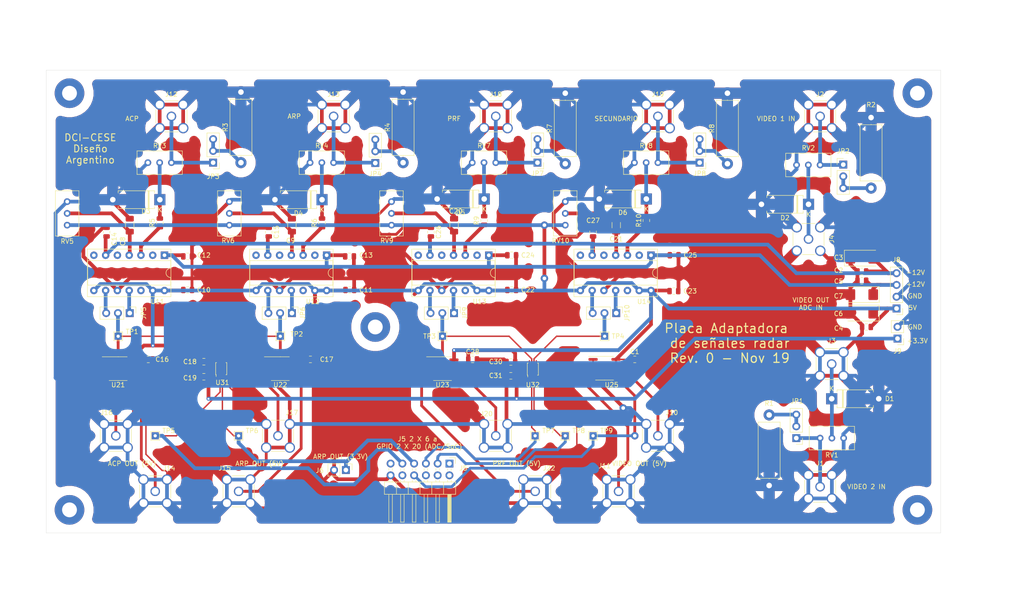
<source format=kicad_pcb>
(kicad_pcb (version 20171130) (host pcbnew "(5.1.4)-1")
  (title_block (title "Placa Adaptadora de Señales de Radar") (date 2019-10-31) (rev REV-0) (company "DCI - CESE") (comment 1 "Revisó en primera instancia: Leandro Torrent") (comment 2 "Revisó en segunda instancia: Diego Brengi") (comment 3 "Dibujó: Miguel del Valle"))
  (layers (0 F.Cu signal) (31 B.Cu signal) (34 B.Paste user) (35 F.Paste user) (36 B.SilkS user) (37 F.SilkS user) (38 B.Mask user) (39 F.Mask user) (44 Edge.Cuts user))
  (net 0 "")
  (net 1 GND)
  (net 2 +5V)
  (net 3 -12V)
  (net 4 +12V)
  (net 5 "Net-(C8-Pad1)")
  (net 6 "Net-(C9-Pad1)")
  (net 7 +3V3)
  (net 8 "Net-(C20-Pad1)")
  (net 9 "Net-(C21-Pad1)")
  (net 10 "Net-(D1-Pad1)")
  (net 11 "Net-(D2-Pad1)")
  (net 12 "Net-(D3-Pad1)")
  (net 13 "Net-(D4-Pad1)")
  (net 14 "Net-(D5-Pad1)")
  (net 15 "Net-(D6-Pad1)")
  (net 16 "Net-(J1-Pad1)")
  (net 17 "Net-(J2-Pad1)")
  (net 18 /ACP_3P3)
  (net 19 /VIDEO_DIGITAL)
  (net 20 /PRF_3P3)
  (net 21 "Net-(J5-Pad6)")
  (net 22 /V_COMP_3P3)
  (net 23 "Net-(J5-Pad10)")
  (net 24 "Net-(J5-Pad11)")
  (net 25 "Net-(J10-Pad1)")
  (net 26 "Net-(J11-Pad1)")
  (net 27 "Net-(J12-Pad1)")
  (net 28 "Net-(J13-Pad1)")
  (net 29 "Net-(J14-Pad1)")
  (net 30 "Net-(J15-Pad1)")
  (net 31 "Net-(J16-Pad1)")
  (net 32 "Net-(J17-Pad1)")
  (net 33 "Net-(J18-Pad1)")
  (net 34 "Net-(J19-Pad1)")
  (net 35 "Net-(J20-Pad1)")
  (net 36 "Net-(J22-Pad1)")
  (net 37 "Net-(JP1-Pad2)")
  (net 38 "Net-(JP2-Pad2)")
  (net 39 "Net-(JP3-Pad2)")
  (net 40 "Net-(JP4-Pad2)")
  (net 41 "Net-(JP5-Pad3)")
  (net 42 "/Señales de ACP y ARP/ACP")
  (net 43 "Net-(JP5-Pad1)")
  (net 44 "Net-(JP6-Pad1)")
  (net 45 "/Señales de ACP y ARP/ARP")
  (net 46 "Net-(JP6-Pad3)")
  (net 47 "Net-(JP7-Pad2)")
  (net 48 "Net-(JP8-Pad2)")
  (net 49 "Net-(JP9-Pad3)")
  (net 50 "/Señales de Video Secundario y PRF/PRF")
  (net 51 "Net-(JP9-Pad1)")
  (net 52 "Net-(JP10-Pad3)")
  (net 53 "/Señales de Video Secundario y PRF/VIDEO_COMP")
  (net 54 "Net-(JP10-Pad1)")
  (net 55 "Net-(R5-Pad1)")
  (net 56 "Net-(R6-Pad1)")
  (net 57 "Net-(R9-Pad1)")
  (net 58 "Net-(R10-Pad1)")
  (net 59 "Net-(U11-Pad7)")
  (net 60 "Net-(U11-Pad12)")
  (net 61 "Net-(U11-Pad5)")
  (net 62 "Net-(U11-Pad2)")
  (net 63 "Net-(U12-Pad7)")
  (net 64 "Net-(U12-Pad12)")
  (net 65 "Net-(U12-Pad5)")
  (net 66 "Net-(U12-Pad2)")
  (net 67 "Net-(U13-Pad2)")
  (net 68 "Net-(U13-Pad5)")
  (net 69 "Net-(U13-Pad12)")
  (net 70 "Net-(U13-Pad7)")
  (net 71 "Net-(U14-Pad2)")
  (net 72 "Net-(U14-Pad5)")
  (net 73 "Net-(U14-Pad12)")
  (net 74 "Net-(U14-Pad7)")
  (net 75 /ARP_3P3)
  (net 76 "Net-(J5-Pad2)")
  (net 77 "Net-(J5-Pad4)")
  (net 78 "Net-(J5-Pad1)")
  (module adaptadora:TestPoint_THTPad_1.5x1.5mm_Drill0.7mm (layer F.Cu) (at 162 124)
    (fp_text reference TP9 (at 2.905 -1.095) (layer F.SilkS))
    (fp_text value TestPoint)
    (pad 1 thru_hole rect (at 0 0) (size 1.5 1.5) (drill 0.7) (layers *.Cu *.Mask) (net 19 /VIDEO_DIGITAL))
  )
  (module adaptadora:TestPoint_THTPad_1.5x1.5mm_Drill0.7mm (layer F.Cu) (at 67.5 124)
    (fp_text reference TP5 (at 2.905 -1.095) (layer F.SilkS))
    (fp_text value TestPoint)
    (pad 1 thru_hole rect (at 0 0) (size 1.5 1.5) (drill 0.7) (layers *.Cu *.Mask) (net 18 /ACP_3P3))
  )
  (module adaptadora:TestPoint_THTPad_1.5x1.5mm_Drill0.7mm (layer F.Cu) (at 156 124)
    (fp_text reference TP8 (at 2.905 -1.095) (layer F.SilkS))
    (fp_text value TestPoint)
    (pad 1 thru_hole rect (at 0 0) (size 1.5 1.5) (drill 0.7) (layers *.Cu *.Mask) (net 22 /V_COMP_3P3))
  )
  (module adaptadora:TestPoint_THTPad_1.5x1.5mm_Drill0.7mm (layer F.Cu) (at 149.5 124)
    (fp_text reference TP7 (at 2.905 -1.095) (layer F.SilkS))
    (fp_text value TestPoint)
    (pad 1 thru_hole rect (at 0 0) (size 1.5 1.5) (drill 0.7) (layers *.Cu *.Mask) (net 20 /PRF_3P3))
  )
  (module adaptadora:TestPoint_THTPad_1.5x1.5mm_Drill0.7mm (layer F.Cu) (at 85.5 124)
    (fp_text reference TP6 (at 2.905 -1.095) (layer F.SilkS))
    (fp_text value TestPoint)
    (pad 1 thru_hole rect (at 0 0) (size 1.5 1.5) (drill 0.7) (layers *.Cu *.Mask) (net 75 /ARP_3P3))
  )
  (module Connector_PinHeader_2.54mm:PinHeader_2x06_P2.54mm_Horizontal (layer F.Cu) (at 131 130 270)
    (fp_text reference J5 (at 1 -3) (layer F.SilkS))
    (fp_text value Conn_02x06_Odd_Even)
    (pad 12 thru_hole oval (at 2.54 12.7 270) (size 1.7 1.7) (drill 1) (layers *.Cu *.Mask) (net 1 GND))
    (pad 11 thru_hole oval (at 0 12.7 270) (size 1.7 1.7) (drill 1) (layers *.Cu *.Mask) (net 24 "Net-(J5-Pad11)"))
    (pad 10 thru_hole oval (at 2.54 10.16 270) (size 1.7 1.7) (drill 1) (layers *.Cu *.Mask) (net 23 "Net-(J5-Pad10)"))
    (pad 9 thru_hole oval (at 0 10.16 270) (size 1.7 1.7) (drill 1) (layers *.Cu *.Mask) (net 18 /ACP_3P3))
    (pad 8 thru_hole oval (at 2.54 7.62 270) (size 1.7 1.7) (drill 1) (layers *.Cu *.Mask) (net 19 /VIDEO_DIGITAL))
    (pad 7 thru_hole oval (at 0 7.62 270) (size 1.7 1.7) (drill 1) (layers *.Cu *.Mask) (net 75 /ARP_3P3))
    (pad 6 thru_hole oval (at 2.54 5.08 270) (size 1.7 1.7) (drill 1) (layers *.Cu *.Mask) (net 21 "Net-(J5-Pad6)"))
    (pad 5 thru_hole oval (at 0 5.08 270) (size 1.7 1.7) (drill 1) (layers *.Cu *.Mask) (net 20 /PRF_3P3))
    (pad 4 thru_hole oval (at 2.54 2.54 270) (size 1.7 1.7) (drill 1) (layers *.Cu *.Mask) (net 77 "Net-(J5-Pad4)"))
    (pad 3 thru_hole oval (at 0 2.54 270) (size 1.7 1.7) (drill 1) (layers *.Cu *.Mask) (net 22 /V_COMP_3P3))
    (pad 2 thru_hole oval (at 2.54 0 270) (size 1.7 1.7) (drill 1) (layers *.Cu *.Mask) (net 76 "Net-(J5-Pad2)"))
    (pad 1 thru_hole rect (at 0 0 270) (size 1.7 1.7) (drill 1) (layers *.Cu *.Mask) (net 78 "Net-(J5-Pad1)"))
  )
  (module Connector_Coaxial:SMA_Amphenol_901-144_Vertical (layer F.Cu) (at 94 124)
    (fp_text reference J17 (at 3 -5) (layer F.SilkS))
    (fp_text value Conn_Coaxial)
    (pad 1 thru_hole circle (at 0 0) (size 2.05 2.05) (drill 1.5) (layers *.Cu *.Mask) (net 32 "Net-(J17-Pad1)"))
    (pad 2 thru_hole circle (at 2.54 2.54) (size 2.25 2.25) (drill 1.7) (layers *.Cu *.Mask) (net 1 GND))
    (pad 2 thru_hole circle (at 2.54 -2.54) (size 2.25 2.25) (drill 1.7) (layers *.Cu *.Mask) (net 1 GND))
    (pad 2 thru_hole circle (at -2.54 -2.54) (size 2.25 2.25) (drill 1.7) (layers *.Cu *.Mask) (net 1 GND))
    (pad 2 thru_hole circle (at -2.54 2.54) (size 2.25 2.25) (drill 1.7) (layers *.Cu *.Mask) (net 1 GND))
  )
  (module Package_SO:SOIC-8_3.9x4.9mm_P1.27mm (layer F.Cu) (at 164.475 109.405)
    (fp_text reference U25 (at 1.525 3.595) (layer F.SilkS))
    (fp_text value TLV2772IDR)
    (pad 8 smd roundrect (at 2.475 -1.905) (size 1.95 0.6) (layers F.Cu F.Paste F.Mask) (net 2 +5V))
    (pad 7 smd roundrect (at 2.475 -0.635) (size 1.95 0.6) (layers F.Cu F.Paste F.Mask) (net 25 "Net-(J10-Pad1)"))
    (pad 6 smd roundrect (at 2.475 0.635) (size 1.95 0.6) (layers F.Cu F.Paste F.Mask) (net 25 "Net-(J10-Pad1)"))
    (pad 5 smd roundrect (at 2.475 1.905) (size 1.95 0.6) (layers F.Cu F.Paste F.Mask) (net 19 /VIDEO_DIGITAL))
    (pad 4 smd roundrect (at -2.475 1.905) (size 1.95 0.6) (layers F.Cu F.Paste F.Mask) (net 1 GND))
    (pad 3 smd roundrect (at -2.475 0.635) (size 1.95 0.6) (layers F.Cu F.Paste F.Mask) (net 19 /VIDEO_DIGITAL))
    (pad 2 smd roundrect (at -2.475 -0.635) (size 1.95 0.6) (layers F.Cu F.Paste F.Mask) (net 26 "Net-(J11-Pad1)"))
    (pad 1 smd roundrect (at -2.475 -1.905) (size 1.95 0.6) (layers F.Cu F.Paste F.Mask) (net 26 "Net-(J11-Pad1)"))
  )
  (module MountingHole:MountingHole_3.2mm_M3_Pad (layer F.Cu) (at 232 140)
    (fp_text reference H4 hide)
    (fp_text value MountingHole)
    (pad 1 thru_hole circle (at 0 0) (size 6.4 6.4) (drill 3.2) (layers *.Cu *.Mask))
  )
  (module TestPoint:TestPoint_THTPad_1.5x1.5mm_Drill0.7mm (layer F.Cu) (at 94.5 102.5)
    (fp_text reference TP2 (at 3.54 -0.46) (layer F.SilkS))
    (fp_text value TestPoint)
    (pad 1 thru_hole rect (at 0 0) (size 1.5 1.5) (drill 0.7) (layers *.Cu *.Mask) (net 45 "/Señales de ACP y ARP/ARP"))
  )
  (module Connector_PinHeader_2.54mm:PinHeader_1x03_P2.54mm_Vertical (layer F.Cu) (at 167 97.5 270)
    (fp_text reference JP10 (at 0 -2.33 90) (layer F.SilkS))
    (fp_text value Jumper_3_Open)
    (pad 3 thru_hole oval (at 0 5.08 270) (size 1.7 1.7) (drill 1) (layers *.Cu *.Mask) (net 52 "Net-(JP10-Pad3)"))
    (pad 2 thru_hole oval (at 0 2.54 270) (size 1.7 1.7) (drill 1) (layers *.Cu *.Mask) (net 53 "/Señales de Video Secundario y PRF/VIDEO_COMP"))
    (pad 1 thru_hole rect (at 0 0 270) (size 1.7 1.7) (drill 1) (layers *.Cu *.Mask) (net 54 "Net-(JP10-Pad1)"))
  )
  (module Connector_PinHeader_2.54mm:PinHeader_1x03_P2.54mm_Vertical (layer F.Cu) (at 132 97.5 270)
    (fp_text reference JP9 (at 0 -2.33 90) (layer F.SilkS))
    (fp_text value Jumper_3_Open)
    (pad 3 thru_hole oval (at 0 5.08 270) (size 1.7 1.7) (drill 1) (layers *.Cu *.Mask) (net 49 "Net-(JP9-Pad3)"))
    (pad 2 thru_hole oval (at 0 2.54 270) (size 1.7 1.7) (drill 1) (layers *.Cu *.Mask) (net 50 "/Señales de Video Secundario y PRF/PRF"))
    (pad 1 thru_hole rect (at 0 0 270) (size 1.7 1.7) (drill 1) (layers *.Cu *.Mask) (net 51 "Net-(JP9-Pad1)"))
  )
  (module Connector_PinHeader_2.54mm:PinHeader_1x03_P2.54mm_Vertical (layer F.Cu) (at 185 65 180)
    (fp_text reference JP8 (at 0 -2.33) (layer F.SilkS))
    (fp_text value Jumper_3_Open)
    (pad 3 thru_hole oval (at 0 5.08 180) (size 1.7 1.7) (drill 1) (layers *.Cu *.Mask) (net 48 "Net-(JP8-Pad2)"))
    (pad 2 thru_hole oval (at 0 2.54 180) (size 1.7 1.7) (drill 1) (layers *.Cu *.Mask) (net 48 "Net-(JP8-Pad2)"))
    (pad 1 thru_hole rect (at 0 0 180) (size 1.7 1.7) (drill 1) (layers *.Cu *.Mask) (net 34 "Net-(J19-Pad1)"))
  )
  (module Connector_PinHeader_2.54mm:PinHeader_1x03_P2.54mm_Vertical (layer F.Cu) (at 150 65 180)
    (fp_text reference JP7 (at 0 -2.33) (layer F.SilkS))
    (fp_text value Jumper_3_Open)
    (pad 3 thru_hole oval (at 0 5.08 180) (size 1.7 1.7) (drill 1) (layers *.Cu *.Mask) (net 47 "Net-(JP7-Pad2)"))
    (pad 2 thru_hole oval (at 0 2.54 180) (size 1.7 1.7) (drill 1) (layers *.Cu *.Mask) (net 47 "Net-(JP7-Pad2)"))
    (pad 1 thru_hole rect (at 0 0 180) (size 1.7 1.7) (drill 1) (layers *.Cu *.Mask) (net 33 "Net-(J18-Pad1)"))
  )
  (module Connector_PinHeader_2.54mm:PinHeader_1x03_P2.54mm_Vertical (layer F.Cu) (at 97 97.5 270)
    (fp_text reference JP6 (at 0 -2.33 90) (layer F.SilkS))
    (fp_text value Jumper_3_Open)
    (pad 3 thru_hole oval (at 0 5.08 270) (size 1.7 1.7) (drill 1) (layers *.Cu *.Mask) (net 46 "Net-(JP6-Pad3)"))
    (pad 2 thru_hole oval (at 0 2.54 270) (size 1.7 1.7) (drill 1) (layers *.Cu *.Mask) (net 45 "/Señales de ACP y ARP/ARP"))
    (pad 1 thru_hole rect (at 0 0 270) (size 1.7 1.7) (drill 1) (layers *.Cu *.Mask) (net 44 "Net-(JP6-Pad1)"))
  )
  (module Connector_PinHeader_2.54mm:PinHeader_1x03_P2.54mm_Vertical (layer F.Cu) (at 62 97.5 270)
    (fp_text reference JP5 (at 0 -3 90) (layer F.SilkS))
    (fp_text value Jumper_3_Open)
    (pad 3 thru_hole oval (at 0 5.08 270) (size 1.7 1.7) (drill 1) (layers *.Cu *.Mask) (net 41 "Net-(JP5-Pad3)"))
    (pad 2 thru_hole oval (at 0 2.54 270) (size 1.7 1.7) (drill 1) (layers *.Cu *.Mask) (net 42 "/Señales de ACP y ARP/ACP"))
    (pad 1 thru_hole rect (at 0 0 270) (size 1.7 1.7) (drill 1) (layers *.Cu *.Mask) (net 43 "Net-(JP5-Pad1)"))
  )
  (module Connector_PinHeader_2.54mm:PinHeader_1x03_P2.54mm_Vertical (layer F.Cu) (at 115 65.08 180)
    (fp_text reference JP4 (at 0 -2.33) (layer F.SilkS))
    (fp_text value Jumper_3_Open)
    (pad 3 thru_hole oval (at 0 5.08 180) (size 1.7 1.7) (drill 1) (layers *.Cu *.Mask) (net 40 "Net-(JP4-Pad2)"))
    (pad 2 thru_hole oval (at 0 2.54 180) (size 1.7 1.7) (drill 1) (layers *.Cu *.Mask) (net 40 "Net-(JP4-Pad2)"))
    (pad 1 thru_hole rect (at 0 0 180) (size 1.7 1.7) (drill 1) (layers *.Cu *.Mask) (net 28 "Net-(J13-Pad1)"))
  )
  (module Connector_PinHeader_2.54mm:PinHeader_1x03_P2.54mm_Vertical (layer F.Cu) (at 80 65 180)
    (fp_text reference JP3 (at 0 -3) (layer F.SilkS))
    (fp_text value Jumper_3_Open)
    (pad 3 thru_hole oval (at 0 5.08 180) (size 1.7 1.7) (drill 1) (layers *.Cu *.Mask) (net 39 "Net-(JP3-Pad2)"))
    (pad 2 thru_hole oval (at 0 2.54 180) (size 1.7 1.7) (drill 1) (layers *.Cu *.Mask) (net 39 "Net-(JP3-Pad2)"))
    (pad 1 thru_hole rect (at 0 0 180) (size 1.7 1.7) (drill 1) (layers *.Cu *.Mask) (net 27 "Net-(J12-Pad1)"))
  )
  (module Connector_PinHeader_2.54mm:PinHeader_1x03_P2.54mm_Vertical (layer F.Cu) (at 216 65.42)
    (fp_text reference JP2 (at 0 -2.92) (layer F.SilkS))
    (fp_text value Jumper_3_Open)
    (pad 3 thru_hole oval (at 0 5.08) (size 1.7 1.7) (drill 1) (layers *.Cu *.Mask) (net 38 "Net-(JP2-Pad2)"))
    (pad 2 thru_hole oval (at 0 2.54) (size 1.7 1.7) (drill 1) (layers *.Cu *.Mask) (net 38 "Net-(JP2-Pad2)"))
    (pad 1 thru_hole rect (at 0 0) (size 1.7 1.7) (drill 1) (layers *.Cu *.Mask) (net 17 "Net-(J2-Pad1)"))
  )
  (module Connector_PinHeader_2.54mm:PinHeader_1x03_P2.54mm_Vertical (layer F.Cu) (at 205.86 124.5 180)
    (fp_text reference JP1 (at -0.14 8) (layer F.SilkS))
    (fp_text value Jumper_3_Open)
    (pad 3 thru_hole oval (at 0 5.08 180) (size 1.7 1.7) (drill 1) (layers *.Cu *.Mask) (net 37 "Net-(JP1-Pad2)"))
    (pad 2 thru_hole oval (at 0 2.54 180) (size 1.7 1.7) (drill 1) (layers *.Cu *.Mask) (net 37 "Net-(JP1-Pad2)"))
    (pad 1 thru_hole rect (at 0 0 180) (size 1.7 1.7) (drill 1) (layers *.Cu *.Mask) (net 16 "Net-(J1-Pad1)"))
  )
  (module Package_DIP:DIP-14_W7.62mm_Socket (layer F.Cu) (at 174.5 85 270)
    (fp_text reference U14 (at 10 1.5) (layer F.SilkS))
    (fp_text value LM361MX_NOPB)
    (pad 14 thru_hole oval (at 7.62 0 270) (size 1.6 1.6) (drill 0.8) (layers *.Cu *.Mask) (net 2 +5V))
    (pad 7 thru_hole oval (at 0 15.24 270) (size 1.6 1.6) (drill 0.8) (layers *.Cu *.Mask) (net 74 "Net-(U14-Pad7)"))
    (pad 13 thru_hole oval (at 7.62 2.54 270) (size 1.6 1.6) (drill 0.8) (layers *.Cu *.Mask) (net 2 +5V))
    (pad 6 thru_hole oval (at 0 12.7 270) (size 1.6 1.6) (drill 0.8) (layers *.Cu *.Mask) (net 3 -12V))
    (pad 12 thru_hole oval (at 7.62 5.08 270) (size 1.6 1.6) (drill 0.8) (layers *.Cu *.Mask) (net 73 "Net-(U14-Pad12)"))
    (pad 5 thru_hole oval (at 0 10.16 270) (size 1.6 1.6) (drill 0.8) (layers *.Cu *.Mask) (net 72 "Net-(U14-Pad5)"))
    (pad 11 thru_hole oval (at 7.62 7.62 270) (size 1.6 1.6) (drill 0.8) (layers *.Cu *.Mask) (net 54 "Net-(JP10-Pad1)"))
    (pad 4 thru_hole oval (at 0 7.62 270) (size 1.6 1.6) (drill 0.8) (layers *.Cu *.Mask) (net 9 "Net-(C21-Pad1)"))
    (pad 10 thru_hole oval (at 7.62 10.16 270) (size 1.6 1.6) (drill 0.8) (layers *.Cu *.Mask) (net 1 GND))
    (pad 3 thru_hole oval (at 0 5.08 270) (size 1.6 1.6) (drill 0.8) (layers *.Cu *.Mask) (net 58 "Net-(R10-Pad1)"))
    (pad 9 thru_hole oval (at 7.62 12.7 270) (size 1.6 1.6) (drill 0.8) (layers *.Cu *.Mask) (net 52 "Net-(JP10-Pad3)"))
    (pad 2 thru_hole oval (at 0 2.54 270) (size 1.6 1.6) (drill 0.8) (layers *.Cu *.Mask) (net 71 "Net-(U14-Pad2)"))
    (pad 8 thru_hole oval (at 7.62 15.24 270) (size 1.6 1.6) (drill 0.8) (layers *.Cu *.Mask) (net 2 +5V))
    (pad 1 thru_hole rect (at 0 0 270) (size 1.6 1.6) (drill 0.8) (layers *.Cu *.Mask) (net 4 +12V))
  )
  (module Package_DIP:DIP-14_W7.62mm_Socket (layer F.Cu) (at 139.5 85 270)
    (fp_text reference U13 (at 10 2) (layer F.SilkS))
    (fp_text value LM361MX_NOPB)
    (pad 14 thru_hole oval (at 7.62 0 270) (size 1.6 1.6) (drill 0.8) (layers *.Cu *.Mask) (net 2 +5V))
    (pad 7 thru_hole oval (at 0 15.24 270) (size 1.6 1.6) (drill 0.8) (layers *.Cu *.Mask) (net 70 "Net-(U13-Pad7)"))
    (pad 13 thru_hole oval (at 7.62 2.54 270) (size 1.6 1.6) (drill 0.8) (layers *.Cu *.Mask) (net 2 +5V))
    (pad 6 thru_hole oval (at 0 12.7 270) (size 1.6 1.6) (drill 0.8) (layers *.Cu *.Mask) (net 3 -12V))
    (pad 12 thru_hole oval (at 7.62 5.08 270) (size 1.6 1.6) (drill 0.8) (layers *.Cu *.Mask) (net 69 "Net-(U13-Pad12)"))
    (pad 5 thru_hole oval (at 0 10.16 270) (size 1.6 1.6) (drill 0.8) (layers *.Cu *.Mask) (net 68 "Net-(U13-Pad5)"))
    (pad 11 thru_hole oval (at 7.62 7.62 270) (size 1.6 1.6) (drill 0.8) (layers *.Cu *.Mask) (net 51 "Net-(JP9-Pad1)"))
    (pad 4 thru_hole oval (at 0 7.62 270) (size 1.6 1.6) (drill 0.8) (layers *.Cu *.Mask) (net 8 "Net-(C20-Pad1)"))
    (pad 10 thru_hole oval (at 7.62 10.16 270) (size 1.6 1.6) (drill 0.8) (layers *.Cu *.Mask) (net 1 GND))
    (pad 3 thru_hole oval (at 0 5.08 270) (size 1.6 1.6) (drill 0.8) (layers *.Cu *.Mask) (net 57 "Net-(R9-Pad1)"))
    (pad 9 thru_hole oval (at 7.62 12.7 270) (size 1.6 1.6) (drill 0.8) (layers *.Cu *.Mask) (net 49 "Net-(JP9-Pad3)"))
    (pad 2 thru_hole oval (at 0 2.54 270) (size 1.6 1.6) (drill 0.8) (layers *.Cu *.Mask) (net 67 "Net-(U13-Pad2)"))
    (pad 8 thru_hole oval (at 7.62 15.24 270) (size 1.6 1.6) (drill 0.8) (layers *.Cu *.Mask) (net 2 +5V))
    (pad 1 thru_hole rect (at 0 0 270) (size 1.6 1.6) (drill 0.8) (layers *.Cu *.Mask) (net 4 +12V))
  )
  (module Package_DIP:DIP-14_W7.62mm_Socket (layer F.Cu) (at 104.5 85 270)
    (fp_text reference U12 (at 10 3) (layer F.SilkS))
    (fp_text value LM361MX_NOPB)
    (pad 14 thru_hole oval (at 7.62 0 270) (size 1.6 1.6) (drill 0.8) (layers *.Cu *.Mask) (net 2 +5V))
    (pad 7 thru_hole oval (at 0 15.24 270) (size 1.6 1.6) (drill 0.8) (layers *.Cu *.Mask) (net 63 "Net-(U12-Pad7)"))
    (pad 13 thru_hole oval (at 7.62 2.54 270) (size 1.6 1.6) (drill 0.8) (layers *.Cu *.Mask) (net 2 +5V))
    (pad 6 thru_hole oval (at 0 12.7 270) (size 1.6 1.6) (drill 0.8) (layers *.Cu *.Mask) (net 3 -12V))
    (pad 12 thru_hole oval (at 7.62 5.08 270) (size 1.6 1.6) (drill 0.8) (layers *.Cu *.Mask) (net 64 "Net-(U12-Pad12)"))
    (pad 5 thru_hole oval (at 0 10.16 270) (size 1.6 1.6) (drill 0.8) (layers *.Cu *.Mask) (net 65 "Net-(U12-Pad5)"))
    (pad 11 thru_hole oval (at 7.62 7.62 270) (size 1.6 1.6) (drill 0.8) (layers *.Cu *.Mask) (net 44 "Net-(JP6-Pad1)"))
    (pad 4 thru_hole oval (at 0 7.62 270) (size 1.6 1.6) (drill 0.8) (layers *.Cu *.Mask) (net 6 "Net-(C9-Pad1)"))
    (pad 10 thru_hole oval (at 7.62 10.16 270) (size 1.6 1.6) (drill 0.8) (layers *.Cu *.Mask) (net 1 GND))
    (pad 3 thru_hole oval (at 0 5.08 270) (size 1.6 1.6) (drill 0.8) (layers *.Cu *.Mask) (net 56 "Net-(R6-Pad1)"))
    (pad 9 thru_hole oval (at 7.62 12.7 270) (size 1.6 1.6) (drill 0.8) (layers *.Cu *.Mask) (net 46 "Net-(JP6-Pad3)"))
    (pad 2 thru_hole oval (at 0 2.54 270) (size 1.6 1.6) (drill 0.8) (layers *.Cu *.Mask) (net 66 "Net-(U12-Pad2)"))
    (pad 8 thru_hole oval (at 7.62 15.24 270) (size 1.6 1.6) (drill 0.8) (layers *.Cu *.Mask) (net 2 +5V))
    (pad 1 thru_hole rect (at 0 0 270) (size 1.6 1.6) (drill 0.8) (layers *.Cu *.Mask) (net 4 +12V))
  )
  (module Package_DIP:DIP-14_W7.62mm_Socket (layer F.Cu) (at 69.5 85 270)
    (fp_text reference U11 (at 10 1.5) (layer F.SilkS))
    (fp_text value LM361MX_NOPB)
    (pad 14 thru_hole oval (at 7.62 0 270) (size 1.6 1.6) (drill 0.8) (layers *.Cu *.Mask) (net 2 +5V))
    (pad 7 thru_hole oval (at 0 15.24 270) (size 1.6 1.6) (drill 0.8) (layers *.Cu *.Mask) (net 59 "Net-(U11-Pad7)"))
    (pad 13 thru_hole oval (at 7.62 2.54 270) (size 1.6 1.6) (drill 0.8) (layers *.Cu *.Mask) (net 2 +5V))
    (pad 6 thru_hole oval (at 0 12.7 270) (size 1.6 1.6) (drill 0.8) (layers *.Cu *.Mask) (net 3 -12V))
    (pad 12 thru_hole oval (at 7.62 5.08 270) (size 1.6 1.6) (drill 0.8) (layers *.Cu *.Mask) (net 60 "Net-(U11-Pad12)"))
    (pad 5 thru_hole oval (at 0 10.16 270) (size 1.6 1.6) (drill 0.8) (layers *.Cu *.Mask) (net 61 "Net-(U11-Pad5)"))
    (pad 11 thru_hole oval (at 7.62 7.62 270) (size 1.6 1.6) (drill 0.8) (layers *.Cu *.Mask) (net 43 "Net-(JP5-Pad1)"))
    (pad 4 thru_hole oval (at 0 7.62 270) (size 1.6 1.6) (drill 0.8) (layers *.Cu *.Mask) (net 5 "Net-(C8-Pad1)"))
    (pad 10 thru_hole oval (at 7.62 10.16 270) (size 1.6 1.6) (drill 0.8) (layers *.Cu *.Mask) (net 1 GND))
    (pad 3 thru_hole oval (at 0 5.08 270) (size 1.6 1.6) (drill 0.8) (layers *.Cu *.Mask) (net 55 "Net-(R5-Pad1)"))
    (pad 9 thru_hole oval (at 7.62 12.7 270) (size 1.6 1.6) (drill 0.8) (layers *.Cu *.Mask) (net 41 "Net-(JP5-Pad3)"))
    (pad 2 thru_hole oval (at 0 2.54 270) (size 1.6 1.6) (drill 0.8) (layers *.Cu *.Mask) (net 62 "Net-(U11-Pad2)"))
    (pad 8 thru_hole oval (at 7.62 15.24 270) (size 1.6 1.6) (drill 0.8) (layers *.Cu *.Mask) (net 2 +5V))
    (pad 1 thru_hole rect (at 0 0 270) (size 1.6 1.6) (drill 0.8) (layers *.Cu *.Mask) (net 4 +12V))
  )
  (module Diode_THT:D_DO-15_P10.16mm_Horizontal (layer F.Cu) (at 173.5 72.85 180)
    (fp_text reference D6 (at 5.08 -2.92) (layer F.SilkS))
    (fp_text value D_TVS)
    (fp_text user K (at 0 -2.2) (layer F.SilkS))
    (pad 2 thru_hole oval (at 10.16 0 180) (size 2.4 2.4) (drill 1.2) (layers *.Cu *.Mask) (net 1 GND))
    (pad 1 thru_hole rect (at 0 0 180) (size 2.4 2.4) (drill 1.2) (layers *.Cu *.Mask) (net 15 "Net-(D6-Pad1)"))
  )
  (module Diode_THT:D_DO-15_P10.16mm_Horizontal (layer F.Cu) (at 138.5 72.85 180)
    (fp_text reference D5 (at 5.08 -2.92) (layer F.SilkS))
    (fp_text value D_TVS)
    (fp_text user K (at 0 -2.2) (layer F.SilkS))
    (pad 2 thru_hole oval (at 10.16 0 180) (size 2.4 2.4) (drill 1.2) (layers *.Cu *.Mask) (net 1 GND))
    (pad 1 thru_hole rect (at 0 0 180) (size 2.4 2.4) (drill 1.2) (layers *.Cu *.Mask) (net 14 "Net-(D5-Pad1)"))
  )
  (module Diode_THT:D_DO-15_P10.16mm_Horizontal (layer F.Cu) (at 103.5 73 180)
    (fp_text reference D4 (at 5.08 -2.92) (layer F.SilkS))
    (fp_text value D_TVS)
    (fp_text user K (at 0 -2.2) (layer F.SilkS))
    (pad 2 thru_hole oval (at 10.16 0 180) (size 2.4 2.4) (drill 1.2) (layers *.Cu *.Mask) (net 1 GND))
    (pad 1 thru_hole rect (at 0 0 180) (size 2.4 2.4) (drill 1.2) (layers *.Cu *.Mask) (net 13 "Net-(D4-Pad1)"))
  )
  (module Diode_THT:D_DO-15_P10.16mm_Horizontal (layer F.Cu) (at 68.5 73 180)
    (fp_text reference D3 (at 3 -2.5) (layer F.SilkS))
    (fp_text value D_TVS)
    (fp_text user K (at 0 -2.2) (layer F.SilkS))
    (pad 2 thru_hole oval (at 10.16 0 180) (size 2.4 2.4) (drill 1.2) (layers *.Cu *.Mask) (net 1 GND))
    (pad 1 thru_hole rect (at 0 0 180) (size 2.4 2.4) (drill 1.2) (layers *.Cu *.Mask) (net 12 "Net-(D3-Pad1)"))
  )
  (module Diode_THT:D_DO-15_P10.16mm_Horizontal (layer F.Cu) (at 208.5 74 180)
    (fp_text reference D2 (at 5.08 -2.92) (layer F.SilkS))
    (fp_text value D_TVS)
    (fp_text user K (at 0 -2.2) (layer F.SilkS))
    (pad 2 thru_hole oval (at 10.16 0 180) (size 2.4 2.4) (drill 1.2) (layers *.Cu *.Mask) (net 1 GND))
    (pad 1 thru_hole rect (at 0 0 180) (size 2.4 2.4) (drill 1.2) (layers *.Cu *.Mask) (net 11 "Net-(D2-Pad1)"))
  )
  (module Diode_THT:D_DO-15_P10.16mm_Horizontal (layer F.Cu) (at 213.5 116)
    (fp_text reference D1 (at 12.5 0) (layer F.SilkS))
    (fp_text value D_TVS)
    (fp_text user K (at 0 -2.2) (layer F.SilkS))
    (pad 2 thru_hole oval (at 10.16 0) (size 2.4 2.4) (drill 1.2) (layers *.Cu *.Mask) (net 1 GND))
    (pad 1 thru_hole rect (at 0 0) (size 2.4 2.4) (drill 1.2) (layers *.Cu *.Mask) (net 10 "Net-(D1-Pad1)"))
  )
  (module Capacitor_SMD:C_0805_2012Metric (layer F.Cu) (at 220 88.5)
    (fp_text reference C2 (at -5 -0.23) (layer F.SilkS))
    (fp_text value 0_1uF-50V)
    (pad 1 smd roundrect (at -0.9375 0) (size 0.975 1.4) (layers F.Cu F.Paste F.Mask) (net 1 GND))
    (pad 2 smd roundrect (at 0.9375 0) (size 0.975 1.4) (layers F.Cu F.Paste F.Mask) (net 3 -12V))
  )
  (module MountingHole:MountingHole_3.2mm_M3_Pad (layer F.Cu) (at 115 100.5)
    (fp_text reference H5 hide)
    (fp_text value MountingHole)
    (pad 1 thru_hole circle (at 0 0) (size 6.4 6.4) (drill 3.2) (layers *.Cu *.Mask))
  )
  (module MountingHole:MountingHole_3.2mm_M3_Pad (layer F.Cu) (at 232 50)
    (fp_text reference H3 hide)
    (fp_text value MountingHole)
    (pad 1 thru_hole circle (at 0 0) (size 6.4 6.4) (drill 3.2) (layers *.Cu *.Mask))
  )
  (module MountingHole:MountingHole_3.2mm_M3_Pad (layer F.Cu) (at 49 50)
    (fp_text reference H2 hide)
    (fp_text value MountingHole)
    (pad 1 thru_hole circle (at 0 0) (size 6.4 6.4) (drill 3.2) (layers *.Cu *.Mask))
  )
  (module MountingHole:MountingHole_3.2mm_M3_Pad (layer F.Cu) (at 49 140)
    (fp_text reference H1 hide)
    (fp_text value MountingHole)
    (pad 1 thru_hole circle (at 0 0) (size 6.4 6.4) (drill 3.2) (layers *.Cu *.Mask))
  )
  (module Connector_Coaxial:SMA_Amphenol_901-144_Vertical (layer F.Cu) (at 211 135 180)
    (fp_text reference J1 (at 0 5) (layer F.SilkS))
    (fp_text value Conn_Coaxial)
    (pad 2 thru_hole circle (at -2.54 2.54 180) (size 2.25 2.25) (drill 1.7) (layers *.Cu *.Mask) (net 1 GND))
    (pad 2 thru_hole circle (at -2.54 -2.54 180) (size 2.25 2.25) (drill 1.7) (layers *.Cu *.Mask) (net 1 GND))
    (pad 2 thru_hole circle (at 2.54 -2.54 180) (size 2.25 2.25) (drill 1.7) (layers *.Cu *.Mask) (net 1 GND))
    (pad 2 thru_hole circle (at 2.54 2.54 180) (size 2.25 2.25) (drill 1.7) (layers *.Cu *.Mask) (net 1 GND))
    (pad 1 thru_hole circle (at 0 0 180) (size 2.05 2.05) (drill 1.5) (layers *.Cu *.Mask) (net 16 "Net-(J1-Pad1)"))
  )
  (module Connector_Coaxial:SMA_Amphenol_901-144_Vertical (layer F.Cu) (at 167.5 136 90)
    (fp_text reference J11 (at 5.5 -3) (layer F.SilkS))
    (fp_text value Conn_Coaxial)
    (pad 2 thru_hole circle (at -2.54 2.54 90) (size 2.25 2.25) (drill 1.7) (layers *.Cu *.Mask) (net 1 GND))
    (pad 2 thru_hole circle (at -2.54 -2.54 90) (size 2.25 2.25) (drill 1.7) (layers *.Cu *.Mask) (net 1 GND))
    (pad 2 thru_hole circle (at 2.54 -2.54 90) (size 2.25 2.25) (drill 1.7) (layers *.Cu *.Mask) (net 1 GND))
    (pad 2 thru_hole circle (at 2.54 2.54 90) (size 2.25 2.25) (drill 1.7) (layers *.Cu *.Mask) (net 1 GND))
    (pad 1 thru_hole circle (at 0 0 90) (size 2.05 2.05) (drill 1.5) (layers *.Cu *.Mask) (net 26 "Net-(J11-Pad1)"))
  )
  (module Connector_Coaxial:SMA_Amphenol_901-144_Vertical (layer F.Cu) (at 176 124 90)
    (fp_text reference J10 (at 5 3) (layer F.SilkS))
    (fp_text value Conn_Coaxial)
    (pad 2 thru_hole circle (at -2.54 2.54 90) (size 2.25 2.25) (drill 1.7) (layers *.Cu *.Mask) (net 1 GND))
    (pad 2 thru_hole circle (at -2.54 -2.54 90) (size 2.25 2.25) (drill 1.7) (layers *.Cu *.Mask) (net 1 GND))
    (pad 2 thru_hole circle (at 2.54 -2.54 90) (size 2.25 2.25) (drill 1.7) (layers *.Cu *.Mask) (net 1 GND))
    (pad 2 thru_hole circle (at 2.54 2.54 90) (size 2.25 2.25) (drill 1.7) (layers *.Cu *.Mask) (net 1 GND))
    (pad 1 thru_hole circle (at 0 0 90) (size 2.05 2.05) (drill 1.5) (layers *.Cu *.Mask) (net 25 "Net-(J10-Pad1)"))
  )
  (module Resistor_THT:R_Axial_DIN0414_L11.9mm_D4.5mm_P15.24mm_Horizontal (layer F.Cu) (at 121 65 90)
    (fp_text reference R4 (at 7.62 -3.37 90) (layer F.SilkS))
    (fp_text value "50 - 1/2W - 5%")
    (pad 1 thru_hole circle (at 0 0 90) (size 2.4 2.4) (drill 1.2) (layers *.Cu *.Mask) (net 40 "Net-(JP4-Pad2)"))
    (pad 2 thru_hole oval (at 15.24 0 90) (size 2.4 2.4) (drill 1.2) (layers *.Cu *.Mask) (net 1 GND))
  )
  (module Resistor_THT:R_Axial_DIN0414_L11.9mm_D4.5mm_P15.24mm_Horizontal (layer F.Cu) (at 191 65.24 90)
    (fp_text reference R8 (at 7.62 -3.37 90) (layer F.SilkS))
    (fp_text value "50 - 1/2W - 5%")
    (pad 2 thru_hole oval (at 15.24 0 90) (size 2.4 2.4) (drill 1.2) (layers *.Cu *.Mask) (net 1 GND))
    (pad 1 thru_hole circle (at 0 0 90) (size 2.4 2.4) (drill 1.2) (layers *.Cu *.Mask) (net 48 "Net-(JP8-Pad2)"))
  )
  (module Resistor_THT:R_Axial_DIN0414_L11.9mm_D4.5mm_P15.24mm_Horizontal (layer F.Cu) (at 86 65 90)
    (fp_text reference R3 (at 7.62 -3.37 90) (layer F.SilkS))
    (fp_text value "50 - 1/2W - 5%")
    (pad 1 thru_hole circle (at 0 0 90) (size 2.4 2.4) (drill 1.2) (layers *.Cu *.Mask) (net 39 "Net-(JP3-Pad2)"))
    (pad 2 thru_hole oval (at 15.24 0 90) (size 2.4 2.4) (drill 1.2) (layers *.Cu *.Mask) (net 1 GND))
  )
  (module Resistor_THT:R_Axial_DIN0414_L11.9mm_D4.5mm_P15.24mm_Horizontal (layer F.Cu) (at 200 119.5 270)
    (fp_text reference R1 (at -2.5 0) (layer F.SilkS))
    (fp_text value "50 - 1/2W - 5%")
    (pad 2 thru_hole oval (at 15.24 0 270) (size 2.4 2.4) (drill 1.2) (layers *.Cu *.Mask) (net 1 GND))
    (pad 1 thru_hole circle (at 0 0 270) (size 2.4 2.4) (drill 1.2) (layers *.Cu *.Mask) (net 37 "Net-(JP1-Pad2)"))
  )
  (module Resistor_THT:R_Axial_DIN0414_L11.9mm_D4.5mm_P15.24mm_Horizontal (layer F.Cu) (at 156 65.24 90)
    (fp_text reference R7 (at 7.62 -3.37 90) (layer F.SilkS))
    (fp_text value "50 - 1/2W - 5%")
    (pad 1 thru_hole circle (at 0 0 90) (size 2.4 2.4) (drill 1.2) (layers *.Cu *.Mask) (net 47 "Net-(JP7-Pad2)"))
    (pad 2 thru_hole oval (at 15.24 0 90) (size 2.4 2.4) (drill 1.2) (layers *.Cu *.Mask) (net 1 GND))
  )
  (module Connector_Coaxial:SMA_Amphenol_901-144_Vertical (layer F.Cu) (at 176 55)
    (fp_text reference J19 (at 0 -4.75) (layer F.SilkS))
    (fp_text value Conn_Coaxial)
    (pad 2 thru_hole circle (at -2.54 2.54) (size 2.25 2.25) (drill 1.7) (layers *.Cu *.Mask) (net 1 GND))
    (pad 2 thru_hole circle (at -2.54 -2.54) (size 2.25 2.25) (drill 1.7) (layers *.Cu *.Mask) (net 1 GND))
    (pad 2 thru_hole circle (at 2.54 -2.54) (size 2.25 2.25) (drill 1.7) (layers *.Cu *.Mask) (net 1 GND))
    (pad 2 thru_hole circle (at 2.54 2.54) (size 2.25 2.25) (drill 1.7) (layers *.Cu *.Mask) (net 1 GND))
    (pad 1 thru_hole circle (at 0 0) (size 2.05 2.05) (drill 1.5) (layers *.Cu *.Mask) (net 34 "Net-(J19-Pad1)"))
  )
  (module Connector_Coaxial:SMA_Amphenol_901-144_Vertical (layer F.Cu) (at 71 55)
    (fp_text reference J12 (at 0 -4.75) (layer F.SilkS))
    (fp_text value Conn_Coaxial)
    (pad 1 thru_hole circle (at 0 0) (size 2.05 2.05) (drill 1.5) (layers *.Cu *.Mask) (net 27 "Net-(J12-Pad1)"))
    (pad 2 thru_hole circle (at 2.54 2.54) (size 2.25 2.25) (drill 1.7) (layers *.Cu *.Mask) (net 1 GND))
    (pad 2 thru_hole circle (at 2.54 -2.54) (size 2.25 2.25) (drill 1.7) (layers *.Cu *.Mask) (net 1 GND))
    (pad 2 thru_hole circle (at -2.54 -2.54) (size 2.25 2.25) (drill 1.7) (layers *.Cu *.Mask) (net 1 GND))
    (pad 2 thru_hole circle (at -2.54 2.54) (size 2.25 2.25) (drill 1.7) (layers *.Cu *.Mask) (net 1 GND))
  )
  (module Connector_Coaxial:SMA_Amphenol_901-144_Vertical (layer F.Cu) (at 106 55)
    (fp_text reference J13 (at 0 -4.75) (layer F.SilkS))
    (fp_text value Conn_Coaxial)
    (pad 2 thru_hole circle (at -2.54 2.54) (size 2.25 2.25) (drill 1.7) (layers *.Cu *.Mask) (net 1 GND))
    (pad 2 thru_hole circle (at -2.54 -2.54) (size 2.25 2.25) (drill 1.7) (layers *.Cu *.Mask) (net 1 GND))
    (pad 2 thru_hole circle (at 2.54 -2.54) (size 2.25 2.25) (drill 1.7) (layers *.Cu *.Mask) (net 1 GND))
    (pad 2 thru_hole circle (at 2.54 2.54) (size 2.25 2.25) (drill 1.7) (layers *.Cu *.Mask) (net 1 GND))
    (pad 1 thru_hole circle (at 0 0) (size 2.05 2.05) (drill 1.5) (layers *.Cu *.Mask) (net 28 "Net-(J13-Pad1)"))
  )
  (module Connector_Coaxial:SMA_Amphenol_901-144_Vertical (layer F.Cu) (at 141 55)
    (fp_text reference J18 (at 0 -4.75) (layer F.SilkS))
    (fp_text value Conn_Coaxial)
    (pad 1 thru_hole circle (at 0 0) (size 2.05 2.05) (drill 1.5) (layers *.Cu *.Mask) (net 33 "Net-(J18-Pad1)"))
    (pad 2 thru_hole circle (at 2.54 2.54) (size 2.25 2.25) (drill 1.7) (layers *.Cu *.Mask) (net 1 GND))
    (pad 2 thru_hole circle (at 2.54 -2.54) (size 2.25 2.25) (drill 1.7) (layers *.Cu *.Mask) (net 1 GND))
    (pad 2 thru_hole circle (at -2.54 -2.54) (size 2.25 2.25) (drill 1.7) (layers *.Cu *.Mask) (net 1 GND))
    (pad 2 thru_hole circle (at -2.54 2.54) (size 2.25 2.25) (drill 1.7) (layers *.Cu *.Mask) (net 1 GND))
  )
  (module Package_SO:SOIC-8_3.9x4.9mm_P1.27mm (layer F.Cu) (at 129.5 109.5)
    (fp_text reference U23 (at 0 3.5) (layer F.SilkS))
    (fp_text value TLV2772IDR)
    (pad 8 smd roundrect (at 2.475 -1.905) (size 1.95 0.6) (layers F.Cu F.Paste F.Mask) (net 2 +5V))
    (pad 7 smd roundrect (at 2.475 -0.635) (size 1.95 0.6) (layers F.Cu F.Paste F.Mask) (net 35 "Net-(J20-Pad1)"))
    (pad 6 smd roundrect (at 2.475 0.635) (size 1.95 0.6) (layers F.Cu F.Paste F.Mask) (net 35 "Net-(J20-Pad1)"))
    (pad 5 smd roundrect (at 2.475 1.905) (size 1.95 0.6) (layers F.Cu F.Paste F.Mask) (net 50 "/Señales de Video Secundario y PRF/PRF"))
    (pad 4 smd roundrect (at -2.475 1.905) (size 1.95 0.6) (layers F.Cu F.Paste F.Mask) (net 1 GND))
    (pad 3 smd roundrect (at -2.475 0.635) (size 1.95 0.6) (layers F.Cu F.Paste F.Mask) (net 50 "/Señales de Video Secundario y PRF/PRF"))
    (pad 2 smd roundrect (at -2.475 -0.635) (size 1.95 0.6) (layers F.Cu F.Paste F.Mask) (net 36 "Net-(J22-Pad1)"))
    (pad 1 smd roundrect (at -2.475 -1.905) (size 1.95 0.6) (layers F.Cu F.Paste F.Mask) (net 36 "Net-(J22-Pad1)"))
  )
  (module Package_SO:SOIC-8_3.9x4.9mm_P1.27mm (layer F.Cu) (at 94.5 109.5)
    (fp_text reference U22 (at 0 3.5) (layer F.SilkS))
    (fp_text value TLV2772IDR)
    (pad 8 smd roundrect (at 2.475 -1.905) (size 1.95 0.6) (layers F.Cu F.Paste F.Mask) (net 2 +5V))
    (pad 7 smd roundrect (at 2.475 -0.635) (size 1.95 0.6) (layers F.Cu F.Paste F.Mask) (net 30 "Net-(J15-Pad1)"))
    (pad 6 smd roundrect (at 2.475 0.635) (size 1.95 0.6) (layers F.Cu F.Paste F.Mask) (net 30 "Net-(J15-Pad1)"))
    (pad 5 smd roundrect (at 2.475 1.905) (size 1.95 0.6) (layers F.Cu F.Paste F.Mask) (net 45 "/Señales de ACP y ARP/ARP"))
    (pad 4 smd roundrect (at -2.475 1.905) (size 1.95 0.6) (layers F.Cu F.Paste F.Mask) (net 1 GND))
    (pad 3 smd roundrect (at -2.475 0.635) (size 1.95 0.6) (layers F.Cu F.Paste F.Mask) (net 45 "/Señales de ACP y ARP/ARP"))
    (pad 2 smd roundrect (at -2.475 -0.635) (size 1.95 0.6) (layers F.Cu F.Paste F.Mask) (net 32 "Net-(J17-Pad1)"))
    (pad 1 smd roundrect (at -2.475 -1.905) (size 1.95 0.6) (layers F.Cu F.Paste F.Mask) (net 32 "Net-(J17-Pad1)"))
  )
  (module Package_SO:SOIC-8_3.9x4.9mm_P1.27mm (layer F.Cu) (at 59.5 109.5)
    (fp_text reference U21 (at 0 3.5 180) (layer F.SilkS))
    (fp_text value TLV2772IDR)
    (pad 8 smd roundrect (at 2.475 -1.905) (size 1.95 0.6) (layers F.Cu F.Paste F.Mask) (net 2 +5V))
    (pad 7 smd roundrect (at 2.475 -0.635) (size 1.95 0.6) (layers F.Cu F.Paste F.Mask) (net 29 "Net-(J14-Pad1)"))
    (pad 6 smd roundrect (at 2.475 0.635) (size 1.95 0.6) (layers F.Cu F.Paste F.Mask) (net 29 "Net-(J14-Pad1)"))
    (pad 5 smd roundrect (at 2.475 1.905) (size 1.95 0.6) (layers F.Cu F.Paste F.Mask) (net 42 "/Señales de ACP y ARP/ACP"))
    (pad 4 smd roundrect (at -2.475 1.905) (size 1.95 0.6) (layers F.Cu F.Paste F.Mask) (net 1 GND))
    (pad 3 smd roundrect (at -2.475 0.635) (size 1.95 0.6) (layers F.Cu F.Paste F.Mask) (net 42 "/Señales de ACP y ARP/ACP"))
    (pad 2 smd roundrect (at -2.475 -0.635) (size 1.95 0.6) (layers F.Cu F.Paste F.Mask) (net 31 "Net-(J16-Pad1)"))
    (pad 1 smd roundrect (at -2.475 -1.905) (size 1.95 0.6) (layers F.Cu F.Paste F.Mask) (net 31 "Net-(J16-Pad1)"))
  )
  (module Capacitor_SMD:C_0805_2012Metric (layer F.Cu) (at 171 107.5)
    (fp_text reference C1 (at 0 -1.65) (layer F.SilkS))
    (fp_text value 0_1uF-50V)
    (pad 2 smd roundrect (at 0.9375 0) (size 0.975 1.4) (layers F.Cu F.Paste F.Mask) (net 1 GND))
    (pad 1 smd roundrect (at -0.9375 0) (size 0.975 1.4) (layers F.Cu F.Paste F.Mask) (net 2 +5V))
  )
  (module Capacitor_Tantalum_SMD:CP_EIA-6032-28_Kemet-C (layer F.Cu) (at 220 85.63)
    (fp_text reference C3 (at -5 -0.13) (layer F.SilkS))
    (fp_text value 2_2uF-35V)
    (pad 1 smd roundrect (at -2.4625 0) (size 2.075 2.35) (layers F.Cu F.Paste F.Mask) (roundrect_rratio 0.120482) (net 1 GND))
    (pad 2 smd roundrect (at 2.4625 0) (size 2.075 2.35) (layers F.Cu F.Paste F.Mask) (roundrect_rratio 0.120482) (net 3 -12V))
  )
  (module Capacitor_SMD:C_0805_2012Metric (layer F.Cu) (at 221 100.5 180)
    (fp_text reference C4 (at 6 -0.295) (layer F.SilkS))
    (fp_text value 0_1uF-50V)
    (pad 2 smd roundrect (at 0.9375 0 180) (size 0.975 1.4) (layers F.Cu F.Paste F.Mask) (net 1 GND))
    (pad 1 smd roundrect (at -0.9375 0 180) (size 0.975 1.4) (layers F.Cu F.Paste F.Mask) (net 2 +5V))
  )
  (module Capacitor_SMD:C_0805_2012Metric (layer F.Cu) (at 220 90.5 180)
    (fp_text reference C5 (at 5 -0.135) (layer F.SilkS))
    (fp_text value 0_1uF-50V)
    (pad 1 smd roundrect (at -0.9375 0 180) (size 0.975 1.4) (layers F.Cu F.Paste F.Mask) (net 4 +12V))
    (pad 2 smd roundrect (at 0.9375 0 180) (size 0.975 1.4) (layers F.Cu F.Paste F.Mask) (net 1 GND))
  )
  (module Capacitor_Tantalum_SMD:CP_EIA-6032-28_Kemet-C (layer F.Cu) (at 220 97.5 180)
    (fp_text reference C6 (at 5.04 -0.12) (layer F.SilkS))
    (fp_text value 2_2uF-35V)
    (pad 2 smd roundrect (at 2.4625 0 180) (size 2.075 2.35) (layers F.Cu F.Paste F.Mask) (roundrect_rratio 0.120482) (net 1 GND))
    (pad 1 smd roundrect (at -2.4625 0 180) (size 2.075 2.35) (layers F.Cu F.Paste F.Mask) (roundrect_rratio 0.120482) (net 2 +5V))
  )
  (module Capacitor_Tantalum_SMD:CP_EIA-6032-28_Kemet-C (layer F.Cu) (at 220 93.5 180)
    (fp_text reference C7 (at 5.04 -0.31) (layer F.SilkS))
    (fp_text value 2_2uF-35V)
    (pad 1 smd roundrect (at -2.4625 0 180) (size 2.075 2.35) (layers F.Cu F.Paste F.Mask) (roundrect_rratio 0.120482) (net 4 +12V))
    (pad 2 smd roundrect (at 2.4625 0 180) (size 2.075 2.35) (layers F.Cu F.Paste F.Mask) (roundrect_rratio 0.120482) (net 1 GND))
  )
  (module Resistor_SMD:R_1206_3216Metric (layer F.Cu) (at 62 78.5 90)
    (fp_text reference C8 (at -3.5 -1.5 90) (layer F.SilkS))
    (fp_text value 1uF-16V)
    (pad 2 smd roundrect (at 1.4 0 90) (size 1.25 1.75) (layers F.Cu F.Paste F.Mask) (roundrect_rratio 0.2) (net 1 GND))
    (pad 1 smd roundrect (at -1.4 0 90) (size 1.25 1.75) (layers F.Cu F.Paste F.Mask) (roundrect_rratio 0.2) (net 5 "Net-(C8-Pad1)"))
  )
  (module Resistor_SMD:R_1206_3216Metric (layer F.Cu) (at 97 78.5 90)
    (fp_text reference C9 (at -3.35 -0.27) (layer F.SilkS))
    (fp_text value 1uF-16V)
    (pad 1 smd roundrect (at -1.4 0 90) (size 1.25 1.75) (layers F.Cu F.Paste F.Mask) (roundrect_rratio 0.2) (net 6 "Net-(C9-Pad1)"))
    (pad 2 smd roundrect (at 1.4 0 90) (size 1.25 1.75) (layers F.Cu F.Paste F.Mask) (roundrect_rratio 0.2) (net 1 GND))
  )
  (module Capacitor_SMD:C_0805_2012Metric (layer F.Cu) (at 74.5 92.5 180)
    (fp_text reference C10 (at -3.5 0) (layer F.SilkS))
    (fp_text value 0_1uF-50V)
    (pad 1 smd roundrect (at -0.9375 0 180) (size 0.975 1.4) (layers F.Cu F.Paste F.Mask) (net 1 GND))
    (pad 2 smd roundrect (at 0.9375 0 180) (size 0.975 1.4) (layers F.Cu F.Paste F.Mask) (net 2 +5V))
  )
  (module Capacitor_SMD:C_0805_2012Metric (layer F.Cu) (at 109.5 92.5 180)
    (fp_text reference C11 (at -3.5 0) (layer F.SilkS))
    (fp_text value 0_1uF-50V)
    (pad 1 smd roundrect (at -0.9375 0 180) (size 0.975 1.4) (layers F.Cu F.Paste F.Mask) (net 1 GND))
    (pad 2 smd roundrect (at 0.9375 0 180) (size 0.975 1.4) (layers F.Cu F.Paste F.Mask) (net 2 +5V))
  )
  (module Capacitor_SMD:C_0805_2012Metric (layer F.Cu) (at 74.5 85.25)
    (fp_text reference C12 (at 3.5 -0.25) (layer F.SilkS))
    (fp_text value 0_1uF-50V)
    (pad 1 smd roundrect (at -0.9375 0) (size 0.975 1.4) (layers F.Cu F.Paste F.Mask) (net 4 +12V))
    (pad 2 smd roundrect (at 0.9375 0) (size 0.975 1.4) (layers F.Cu F.Paste F.Mask) (net 1 GND))
  )
  (module Capacitor_SMD:C_0805_2012Metric (layer F.Cu) (at 109.4375 85.25)
    (fp_text reference C13 (at 3.5625 -0.25) (layer F.SilkS))
    (fp_text value 0_1uF-50V)
    (pad 2 smd roundrect (at 0.9375 0) (size 0.975 1.4) (layers F.Cu F.Paste F.Mask) (net 1 GND))
    (pad 1 smd roundrect (at -0.9375 0) (size 0.975 1.4) (layers F.Cu F.Paste F.Mask) (net 4 +12V))
  )
  (module Capacitor_SMD:C_0805_2012Metric (layer F.Cu) (at 57 80 270)
    (fp_text reference C14 (at 1.5 -1.65 90) (layer F.SilkS))
    (fp_text value 0_1uF-50V)
    (pad 1 smd roundrect (at -0.9375 0 270) (size 0.975 1.4) (layers F.Cu F.Paste F.Mask) (net 1 GND))
    (pad 2 smd roundrect (at 0.9375 0 270) (size 0.975 1.4) (layers F.Cu F.Paste F.Mask) (net 3 -12V))
  )
  (module Capacitor_SMD:C_0805_2012Metric (layer F.Cu) (at 92 80 270)
    (fp_text reference C15 (at 0 -1.65 90) (layer F.SilkS))
    (fp_text value 0_1uF-50V)
    (pad 2 smd roundrect (at 0.9375 0 270) (size 0.975 1.4) (layers F.Cu F.Paste F.Mask) (net 3 -12V))
    (pad 1 smd roundrect (at -0.9375 0 270) (size 0.975 1.4) (layers F.Cu F.Paste F.Mask) (net 1 GND))
  )
  (module Capacitor_SMD:C_0805_2012Metric (layer F.Cu) (at 66 107.5)
    (fp_text reference C16 (at 3 0) (layer F.SilkS))
    (fp_text value 0_1uF-50V)
    (pad 2 smd roundrect (at 0.9375 0) (size 0.975 1.4) (layers F.Cu F.Paste F.Mask) (net 1 GND))
    (pad 1 smd roundrect (at -0.9375 0) (size 0.975 1.4) (layers F.Cu F.Paste F.Mask) (net 2 +5V))
  )
  (module Capacitor_SMD:C_0805_2012Metric (layer F.Cu) (at 101 107.5)
    (fp_text reference C17 (at 3.5 0) (layer F.SilkS))
    (fp_text value 0_1uF-50V)
    (pad 1 smd roundrect (at -0.9375 0) (size 0.975 1.4) (layers F.Cu F.Paste F.Mask) (net 2 +5V))
    (pad 2 smd roundrect (at 0.9375 0) (size 0.975 1.4) (layers F.Cu F.Paste F.Mask) (net 1 GND))
  )
  (module Capacitor_SMD:C_0805_2012Metric (layer F.Cu) (at 78 108)
    (fp_text reference C18 (at -3 0) (layer F.SilkS))
    (fp_text value 0_1uF-50V)
    (pad 2 smd roundrect (at 0.9375 0) (size 0.975 1.4) (layers F.Cu F.Paste F.Mask) (net 2 +5V))
    (pad 1 smd roundrect (at -0.9375 0) (size 0.975 1.4) (layers F.Cu F.Paste F.Mask) (net 1 GND))
  )
  (module Capacitor_SMD:C_0805_2012Metric (layer F.Cu) (at 78 111.25 180)
    (fp_text reference C19 (at 3 -0.25) (layer F.SilkS))
    (fp_text value 0_1uF-50V)
    (pad 2 smd roundrect (at 0.9375 0 180) (size 0.975 1.4) (layers F.Cu F.Paste F.Mask) (net 1 GND))
    (pad 1 smd roundrect (at -0.9375 0 180) (size 0.975 1.4) (layers F.Cu F.Paste F.Mask) (net 7 +3V3))
  )
  (module Resistor_SMD:R_1206_3216Metric (layer F.Cu) (at 132 78.5 90)
    (fp_text reference C20 (at 3 0.365) (layer F.SilkS))
    (fp_text value 1uF-16V)
    (pad 2 smd roundrect (at 1.4 0 90) (size 1.25 1.75) (layers F.Cu F.Paste F.Mask) (roundrect_rratio 0.2) (net 1 GND))
    (pad 1 smd roundrect (at -1.4 0 90) (size 1.25 1.75) (layers F.Cu F.Paste F.Mask) (roundrect_rratio 0.2) (net 8 "Net-(C20-Pad1)"))
  )
  (module Resistor_SMD:R_1206_3216Metric (layer F.Cu) (at 167 78.5 90)
    (fp_text reference C21 (at -3 0) (layer F.SilkS))
    (fp_text value 1uF-16V)
    (pad 1 smd roundrect (at -1.4 0 90) (size 1.25 1.75) (layers F.Cu F.Paste F.Mask) (roundrect_rratio 0.2) (net 9 "Net-(C21-Pad1)"))
    (pad 2 smd roundrect (at 1.4 0 90) (size 1.25 1.75) (layers F.Cu F.Paste F.Mask) (roundrect_rratio 0.2) (net 1 GND))
  )
  (module Capacitor_SMD:C_0805_2012Metric (layer F.Cu) (at 144.4375 92.5 180)
    (fp_text reference C22 (at -3.5 0) (layer F.SilkS))
    (fp_text value 0_1uF-50V)
    (pad 2 smd roundrect (at 0.9375 0 180) (size 0.975 1.4) (layers F.Cu F.Paste F.Mask) (net 2 +5V))
    (pad 1 smd roundrect (at -0.9375 0 180) (size 0.975 1.4) (layers F.Cu F.Paste F.Mask) (net 1 GND))
  )
  (module Capacitor_SMD:C_0805_2012Metric (layer F.Cu) (at 179.4375 92.75 180)
    (fp_text reference C23 (at -3.5 0) (layer F.SilkS))
    (fp_text value 0_1uF-50V)
    (pad 1 smd roundrect (at -0.9375 0 180) (size 0.975 1.4) (layers F.Cu F.Paste F.Mask) (net 1 GND))
    (pad 2 smd roundrect (at 0.9375 0 180) (size 0.975 1.4) (layers F.Cu F.Paste F.Mask) (net 2 +5V))
  )
  (module Capacitor_SMD:C_0805_2012Metric (layer F.Cu) (at 144.4375 85)
    (fp_text reference C24 (at 3.5 0) (layer F.SilkS))
    (fp_text value 0_1uF-50V)
    (pad 2 smd roundrect (at 0.9375 0) (size 0.975 1.4) (layers F.Cu F.Paste F.Mask) (net 1 GND))
    (pad 1 smd roundrect (at -0.9375 0) (size 0.975 1.4) (layers F.Cu F.Paste F.Mask) (net 4 +12V))
  )
  (module Capacitor_SMD:C_0805_2012Metric (layer F.Cu) (at 179.5 85)
    (fp_text reference C25 (at 3.5 0) (layer F.SilkS))
    (fp_text value 0_1uF-50V)
    (pad 2 smd roundrect (at 0.9375 0) (size 0.975 1.4) (layers F.Cu F.Paste F.Mask) (net 1 GND))
    (pad 1 smd roundrect (at -0.9375 0) (size 0.975 1.4) (layers F.Cu F.Paste F.Mask) (net 4 +12V))
  )
  (module Capacitor_SMD:C_0805_2012Metric (layer F.Cu) (at 127 80 270)
    (fp_text reference C26 (at 0 -1.65 90) (layer F.SilkS))
    (fp_text value 0_1uF-50V)
    (pad 1 smd roundrect (at -0.9375 0 270) (size 0.975 1.4) (layers F.Cu F.Paste F.Mask) (net 1 GND))
    (pad 2 smd roundrect (at 0.9375 0 270) (size 0.975 1.4) (layers F.Cu F.Paste F.Mask) (net 3 -12V))
  )
  (module Capacitor_SMD:C_0805_2012Metric (layer F.Cu) (at 162 80 270)
    (fp_text reference C27 (at -2.5 0) (layer F.SilkS))
    (fp_text value 0_1uF-50V)
    (pad 1 smd roundrect (at -0.9375 0 270) (size 0.975 1.4) (layers F.Cu F.Paste F.Mask) (net 1 GND))
    (pad 2 smd roundrect (at 0.9375 0 270) (size 0.975 1.4) (layers F.Cu F.Paste F.Mask) (net 3 -12V))
  )
  (module Capacitor_SMD:C_0805_2012Metric (layer F.Cu) (at 136 107.5)
    (fp_text reference C28 (at 0 -1.65) (layer F.SilkS))
    (fp_text value 0_1uF-50V)
    (pad 1 smd roundrect (at -0.9375 0) (size 0.975 1.4) (layers F.Cu F.Paste F.Mask) (net 2 +5V))
    (pad 2 smd roundrect (at 0.9375 0) (size 0.975 1.4) (layers F.Cu F.Paste F.Mask) (net 1 GND))
  )
  (module Capacitor_SMD:C_0805_2012Metric (layer F.Cu) (at 144.25 108.05)
    (fp_text reference C30 (at -3.25 -0.05) (layer F.SilkS))
    (fp_text value 0_1uF-50V)
    (pad 2 smd roundrect (at 0.9375 0) (size 0.975 1.4) (layers F.Cu F.Paste F.Mask) (net 2 +5V))
    (pad 1 smd roundrect (at -0.9375 0) (size 0.975 1.4) (layers F.Cu F.Paste F.Mask) (net 1 GND))
  )
  (module Capacitor_SMD:C_0805_2012Metric (layer F.Cu) (at 144.25 111.05 180)
    (fp_text reference C31 (at 3.25 0.05) (layer F.SilkS))
    (fp_text value 0_1uF-50V)
    (pad 1 smd roundrect (at -0.9375 0 180) (size 0.975 1.4) (layers F.Cu F.Paste F.Mask) (net 7 +3V3))
    (pad 2 smd roundrect (at 0.9375 0 180) (size 0.975 1.4) (layers F.Cu F.Paste F.Mask) (net 1 GND))
  )
  (module Connector_Coaxial:SMA_Amphenol_901-144_Vertical (layer F.Cu) (at 211 55)
    (fp_text reference J2 (at 0 -4.75) (layer F.SilkS))
    (fp_text value Conn_Coaxial)
    (pad 1 thru_hole circle (at 0 0) (size 2.05 2.05) (drill 1.5) (layers *.Cu *.Mask) (net 17 "Net-(J2-Pad1)"))
    (pad 2 thru_hole circle (at 2.54 2.54) (size 2.25 2.25) (drill 1.7) (layers *.Cu *.Mask) (net 1 GND))
    (pad 2 thru_hole circle (at 2.54 -2.54) (size 2.25 2.25) (drill 1.7) (layers *.Cu *.Mask) (net 1 GND))
    (pad 2 thru_hole circle (at -2.54 -2.54) (size 2.25 2.25) (drill 1.7) (layers *.Cu *.Mask) (net 1 GND))
    (pad 2 thru_hole circle (at -2.54 2.54) (size 2.25 2.25) (drill 1.7) (layers *.Cu *.Mask) (net 1 GND))
  )
  (module Connector_Coaxial:SMA_Amphenol_901-144_Vertical (layer F.Cu) (at 213.5 108.5 180)
    (fp_text reference J3 (at 0 5) (layer F.SilkS))
    (fp_text value Conn_Coaxial)
    (pad 2 thru_hole circle (at -2.54 2.54 180) (size 2.25 2.25) (drill 1.7) (layers *.Cu *.Mask) (net 1 GND))
    (pad 2 thru_hole circle (at -2.54 -2.54 180) (size 2.25 2.25) (drill 1.7) (layers *.Cu *.Mask) (net 1 GND))
    (pad 2 thru_hole circle (at 2.54 -2.54 180) (size 2.25 2.25) (drill 1.7) (layers *.Cu *.Mask) (net 1 GND))
    (pad 2 thru_hole circle (at 2.54 2.54 180) (size 2.25 2.25) (drill 1.7) (layers *.Cu *.Mask) (net 1 GND))
    (pad 1 thru_hole circle (at 0 0 180) (size 2.05 2.05) (drill 1.5) (layers *.Cu *.Mask) (net 10 "Net-(D1-Pad1)"))
  )
  (module Connector_Coaxial:SMA_Amphenol_901-144_Vertical (layer F.Cu) (at 208.5 81.5)
    (fp_text reference J4 (at 5 0 -270) (layer F.SilkS))
    (fp_text value Conn_Coaxial)
    (pad 2 thru_hole circle (at -2.54 2.54) (size 2.25 2.25) (drill 1.7) (layers *.Cu *.Mask) (net 1 GND))
    (pad 2 thru_hole circle (at -2.54 -2.54) (size 2.25 2.25) (drill 1.7) (layers *.Cu *.Mask) (net 1 GND))
    (pad 2 thru_hole circle (at 2.54 -2.54) (size 2.25 2.25) (drill 1.7) (layers *.Cu *.Mask) (net 1 GND))
    (pad 2 thru_hole circle (at 2.54 2.54) (size 2.25 2.25) (drill 1.7) (layers *.Cu *.Mask) (net 1 GND))
    (pad 1 thru_hole circle (at 0 0) (size 2.05 2.05) (drill 1.5) (layers *.Cu *.Mask) (net 11 "Net-(D2-Pad1)"))
  )
  (module Connector_PinHeader_2.54mm:PinHeader_1x02_P2.54mm_Vertical (layer F.Cu) (at 108.65 131.39 270)
    (fp_text reference J6 (at 0.11 5.65) (layer F.SilkS))
    (fp_text value Conn_01x02)
    (pad 2 thru_hole oval (at 0 2.54 270) (size 1.7 1.7) (drill 1) (layers *.Cu *.Mask) (net 1 GND))
    (pad 1 thru_hole rect (at 0 0 270) (size 1.7 1.7) (drill 1) (layers *.Cu *.Mask) (net 75 /ARP_3P3))
  )
  (module Connector_PinHeader_2.54mm:PinHeader_1x04_P2.54mm_Vertical (layer F.Cu) (at 227.5 96.5 180)
    (fp_text reference J8 (at 0 10.5) (layer F.SilkS))
    (fp_text value Conn_01x04)
    (pad 1 thru_hole rect (at 0 0 180) (size 1.7 1.7) (drill 1) (layers *.Cu *.Mask) (net 2 +5V))
    (pad 2 thru_hole oval (at 0 2.54 180) (size 1.7 1.7) (drill 1) (layers *.Cu *.Mask) (net 1 GND))
    (pad 3 thru_hole oval (at 0 5.08 180) (size 1.7 1.7) (drill 1) (layers *.Cu *.Mask) (net 4 +12V))
    (pad 4 thru_hole oval (at 0 7.62 180) (size 1.7 1.7) (drill 1) (layers *.Cu *.Mask) (net 3 -12V))
  )
  (module Connector_PinHeader_2.54mm:PinHeader_1x02_P2.54mm_Vertical (layer F.Cu) (at 227.705 103 180)
    (fp_text reference J9 (at 0 -2.71) (layer F.SilkS))
    (fp_text value Conn_01x02)
    (pad 1 thru_hole rect (at 0 0 180) (size 1.7 1.7) (drill 1) (layers *.Cu *.Mask) (net 7 +3V3))
    (pad 2 thru_hole oval (at 0 2.54 180) (size 1.7 1.7) (drill 1) (layers *.Cu *.Mask) (net 1 GND))
  )
  (module Connector_Coaxial:SMA_Amphenol_901-144_Vertical (layer F.Cu) (at 67.5 136)
    (fp_text reference J14 (at 3 -5) (layer F.SilkS))
    (fp_text value Conn_Coaxial)
    (pad 1 thru_hole circle (at 0 0) (size 2.05 2.05) (drill 1.5) (layers *.Cu *.Mask) (net 29 "Net-(J14-Pad1)"))
    (pad 2 thru_hole circle (at 2.54 2.54) (size 2.25 2.25) (drill 1.7) (layers *.Cu *.Mask) (net 1 GND))
    (pad 2 thru_hole circle (at 2.54 -2.54) (size 2.25 2.25) (drill 1.7) (layers *.Cu *.Mask) (net 1 GND))
    (pad 2 thru_hole circle (at -2.54 -2.54) (size 2.25 2.25) (drill 1.7) (layers *.Cu *.Mask) (net 1 GND))
    (pad 2 thru_hole circle (at -2.54 2.54) (size 2.25 2.25) (drill 1.7) (layers *.Cu *.Mask) (net 1 GND))
  )
  (module Connector_Coaxial:SMA_Amphenol_901-144_Vertical (layer F.Cu) (at 85.5 136)
    (fp_text reference J15 (at -3 -5) (layer F.SilkS))
    (fp_text value Conn_Coaxial)
    (pad 2 thru_hole circle (at -2.54 2.54) (size 2.25 2.25) (drill 1.7) (layers *.Cu *.Mask) (net 1 GND))
    (pad 2 thru_hole circle (at -2.54 -2.54) (size 2.25 2.25) (drill 1.7) (layers *.Cu *.Mask) (net 1 GND))
    (pad 2 thru_hole circle (at 2.54 -2.54) (size 2.25 2.25) (drill 1.7) (layers *.Cu *.Mask) (net 1 GND))
    (pad 2 thru_hole circle (at 2.54 2.54) (size 2.25 2.25) (drill 1.7) (layers *.Cu *.Mask) (net 1 GND))
    (pad 1 thru_hole circle (at 0 0) (size 2.05 2.05) (drill 1.5) (layers *.Cu *.Mask) (net 30 "Net-(J15-Pad1)"))
  )
  (module Connector_Coaxial:SMA_Amphenol_901-144_Vertical (layer F.Cu) (at 59 124)
    (fp_text reference J16 (at -2 -5) (layer F.SilkS))
    (fp_text value Conn_Coaxial)
    (pad 2 thru_hole circle (at -2.54 2.54) (size 2.25 2.25) (drill 1.7) (layers *.Cu *.Mask) (net 1 GND))
    (pad 2 thru_hole circle (at -2.54 -2.54) (size 2.25 2.25) (drill 1.7) (layers *.Cu *.Mask) (net 1 GND))
    (pad 2 thru_hole circle (at 2.54 -2.54) (size 2.25 2.25) (drill 1.7) (layers *.Cu *.Mask) (net 1 GND))
    (pad 2 thru_hole circle (at 2.54 2.54) (size 2.25 2.25) (drill 1.7) (layers *.Cu *.Mask) (net 1 GND))
    (pad 1 thru_hole circle (at 0 0) (size 2.05 2.05) (drill 1.5) (layers *.Cu *.Mask) (net 31 "Net-(J16-Pad1)"))
  )
  (module Connector_Coaxial:SMA_Amphenol_901-144_Vertical (layer F.Cu) (at 141 124)
    (fp_text reference J20 (at -2 -4.75) (layer F.SilkS))
    (fp_text value Conn_Coaxial)
    (pad 1 thru_hole circle (at 0 0) (size 2.05 2.05) (drill 1.5) (layers *.Cu *.Mask) (net 35 "Net-(J20-Pad1)"))
    (pad 2 thru_hole circle (at 2.54 2.54) (size 2.25 2.25) (drill 1.7) (layers *.Cu *.Mask) (net 1 GND))
    (pad 2 thru_hole circle (at 2.54 -2.54) (size 2.25 2.25) (drill 1.7) (layers *.Cu *.Mask) (net 1 GND))
    (pad 2 thru_hole circle (at -2.54 -2.54) (size 2.25 2.25) (drill 1.7) (layers *.Cu *.Mask) (net 1 GND))
    (pad 2 thru_hole circle (at -2.54 2.54) (size 2.25 2.25) (drill 1.7) (layers *.Cu *.Mask) (net 1 GND))
  )
  (module Connector_Coaxial:SMA_Amphenol_901-144_Vertical (layer F.Cu) (at 149.5 136)
    (fp_text reference J22 (at 3 -5) (layer F.SilkS))
    (fp_text value Conn_Coaxial)
    (pad 1 thru_hole circle (at 0 0) (size 2.05 2.05) (drill 1.5) (layers *.Cu *.Mask) (net 36 "Net-(J22-Pad1)"))
    (pad 2 thru_hole circle (at 2.54 2.54) (size 2.25 2.25) (drill 1.7) (layers *.Cu *.Mask) (net 1 GND))
    (pad 2 thru_hole circle (at 2.54 -2.54) (size 2.25 2.25) (drill 1.7) (layers *.Cu *.Mask) (net 1 GND))
    (pad 2 thru_hole circle (at -2.54 -2.54) (size 2.25 2.25) (drill 1.7) (layers *.Cu *.Mask) (net 1 GND))
    (pad 2 thru_hole circle (at -2.54 2.54) (size 2.25 2.25) (drill 1.7) (layers *.Cu *.Mask) (net 1 GND))
  )
  (module Resistor_THT:R_Axial_DIN0414_L11.9mm_D4.5mm_P15.24mm_Horizontal (layer F.Cu) (at 222 70.5 90)
    (fp_text reference R2 (at 18 0) (layer F.SilkS))
    (fp_text value "50 - 1/2W - 5%")
    (pad 2 thru_hole oval (at 15.24 0 90) (size 2.4 2.4) (drill 1.2) (layers *.Cu *.Mask) (net 1 GND))
    (pad 1 thru_hole circle (at 0 0 90) (size 2.4 2.4) (drill 1.2) (layers *.Cu *.Mask) (net 38 "Net-(JP2-Pad2)"))
  )
  (module Resistor_SMD:R_0805_2012Metric (layer F.Cu) (at 68.5 78 90)
    (fp_text reference R5 (at 0 -1.65 90) (layer F.SilkS))
    (fp_text value "100 - 1/8W - 5%")
    (pad 1 smd roundrect (at -0.9375 0 90) (size 0.975 1.4) (layers F.Cu F.Paste F.Mask) (net 55 "Net-(R5-Pad1)"))
    (pad 2 smd roundrect (at 0.9375 0 90) (size 0.975 1.4) (layers F.Cu F.Paste F.Mask) (net 12 "Net-(D3-Pad1)"))
  )
  (module Resistor_SMD:R_0805_2012Metric (layer F.Cu) (at 103.5 78 90)
    (fp_text reference R6 (at 0 -1.65 90) (layer F.SilkS))
    (fp_text value "100 - 1/8W - 5%")
    (pad 2 smd roundrect (at 0.9375 0 90) (size 0.975 1.4) (layers F.Cu F.Paste F.Mask) (net 13 "Net-(D4-Pad1)"))
    (pad 1 smd roundrect (at -0.9375 0 90) (size 0.975 1.4) (layers F.Cu F.Paste F.Mask) (net 56 "Net-(R6-Pad1)"))
  )
  (module Resistor_SMD:R_0805_2012Metric (layer F.Cu) (at 138.5 77.5 90)
    (fp_text reference R9 (at 0 -1.65 90) (layer F.SilkS))
    (fp_text value "100 - 1/8W - 5%")
    (pad 1 smd roundrect (at -0.9375 0 90) (size 0.975 1.4) (layers F.Cu F.Paste F.Mask) (net 57 "Net-(R9-Pad1)"))
    (pad 2 smd roundrect (at 0.9375 0 90) (size 0.975 1.4) (layers F.Cu F.Paste F.Mask) (net 14 "Net-(D5-Pad1)"))
  )
  (module Resistor_SMD:R_0805_2012Metric (layer F.Cu) (at 173.5 77.5 90)
    (fp_text reference R10 (at 0 -1.65 90) (layer F.SilkS))
    (fp_text value "100 - 1/8W - 5%")
    (pad 2 smd roundrect (at 0.9375 0 90) (size 0.975 1.4) (layers F.Cu F.Paste F.Mask) (net 15 "Net-(D6-Pad1)"))
    (pad 1 smd roundrect (at -0.9375 0 90) (size 0.975 1.4) (layers F.Cu F.Paste F.Mask) (net 58 "Net-(R10-Pad1)"))
  )
  (module Potentiometer_THT:Potentiometer_Bourns_3296W_Vertical (layer F.Cu) (at 211 124.5 180)
    (fp_text reference RV1 (at -2.54 -3.66) (layer F.SilkS))
    (fp_text value R_POT)
    (pad 1 thru_hole circle (at 0 0 180) (size 1.44 1.44) (drill 0.8) (layers *.Cu *.Mask) (net 16 "Net-(J1-Pad1)"))
    (pad 2 thru_hole circle (at -2.54 0 180) (size 1.44 1.44) (drill 0.8) (layers *.Cu *.Mask) (net 10 "Net-(D1-Pad1)"))
    (pad 3 thru_hole circle (at -5.08 0 180) (size 1.44 1.44) (drill 0.8) (layers *.Cu *.Mask) (net 1 GND))
  )
  (module Potentiometer_THT:Potentiometer_Bourns_3296W_Vertical (layer F.Cu) (at 211 65.5)
    (fp_text reference RV2 (at -2.54 -3.66) (layer F.SilkS))
    (fp_text value R_POT)
    (pad 3 thru_hole circle (at -5.08 0) (size 1.44 1.44) (drill 0.8) (layers *.Cu *.Mask) (net 1 GND))
    (pad 2 thru_hole circle (at -2.54 0) (size 1.44 1.44) (drill 0.8) (layers *.Cu *.Mask) (net 11 "Net-(D2-Pad1)"))
    (pad 1 thru_hole circle (at 0 0) (size 1.44 1.44) (drill 0.8) (layers *.Cu *.Mask) (net 17 "Net-(J2-Pad1)"))
  )
  (module Potentiometer_THT:Potentiometer_Bourns_3296W_Vertical (layer F.Cu) (at 71 65)
    (fp_text reference RV3 (at -2.54 -3.66) (layer F.SilkS))
    (fp_text value R_POT)
    (pad 3 thru_hole circle (at -5.08 0) (size 1.44 1.44) (drill 0.8) (layers *.Cu *.Mask) (net 1 GND))
    (pad 2 thru_hole circle (at -2.54 0) (size 1.44 1.44) (drill 0.8) (layers *.Cu *.Mask) (net 12 "Net-(D3-Pad1)"))
    (pad 1 thru_hole circle (at 0 0) (size 1.44 1.44) (drill 0.8) (layers *.Cu *.Mask) (net 27 "Net-(J12-Pad1)"))
  )
  (module Potentiometer_THT:Potentiometer_Bourns_3296W_Vertical (layer F.Cu) (at 106 65)
    (fp_text reference RV4 (at -2.54 -3.66) (layer F.SilkS))
    (fp_text value R_POT)
    (pad 1 thru_hole circle (at 0 0) (size 1.44 1.44) (drill 0.8) (layers *.Cu *.Mask) (net 28 "Net-(J13-Pad1)"))
    (pad 2 thru_hole circle (at -2.54 0) (size 1.44 1.44) (drill 0.8) (layers *.Cu *.Mask) (net 13 "Net-(D4-Pad1)"))
    (pad 3 thru_hole circle (at -5.08 0) (size 1.44 1.44) (drill 0.8) (layers *.Cu *.Mask) (net 1 GND))
  )
  (module Potentiometer_THT:Potentiometer_Bourns_3296W_Vertical (layer F.Cu) (at 48.5 78.5 270)
    (fp_text reference RV5 (at 3.5 0) (layer F.SilkS))
    (fp_text value R_POT)
    (pad 1 thru_hole circle (at 0 0 270) (size 1.44 1.44) (drill 0.8) (layers *.Cu *.Mask) (net 2 +5V))
    (pad 2 thru_hole circle (at -2.54 0 270) (size 1.44 1.44) (drill 0.8) (layers *.Cu *.Mask) (net 5 "Net-(C8-Pad1)"))
    (pad 3 thru_hole circle (at -5.08 0 270) (size 1.44 1.44) (drill 0.8) (layers *.Cu *.Mask) (net 1 GND))
  )
  (module Potentiometer_THT:Potentiometer_Bourns_3296W_Vertical (layer F.Cu) (at 83.5 78.5 270)
    (fp_text reference RV6 (at 3.35 0.27) (layer F.SilkS))
    (fp_text value R_POT)
    (pad 1 thru_hole circle (at 0 0 270) (size 1.44 1.44) (drill 0.8) (layers *.Cu *.Mask) (net 2 +5V))
    (pad 2 thru_hole circle (at -2.54 0 270) (size 1.44 1.44) (drill 0.8) (layers *.Cu *.Mask) (net 6 "Net-(C9-Pad1)"))
    (pad 3 thru_hole circle (at -5.08 0 270) (size 1.44 1.44) (drill 0.8) (layers *.Cu *.Mask) (net 1 GND))
  )
  (module Potentiometer_THT:Potentiometer_Bourns_3296W_Vertical (layer F.Cu) (at 141 65)
    (fp_text reference RV7 (at -2.54 -3.66) (layer F.SilkS))
    (fp_text value R_POT)
    (pad 1 thru_hole circle (at 0 0) (size 1.44 1.44) (drill 0.8) (layers *.Cu *.Mask) (net 33 "Net-(J18-Pad1)"))
    (pad 2 thru_hole circle (at -2.54 0) (size 1.44 1.44) (drill 0.8) (layers *.Cu *.Mask) (net 14 "Net-(D5-Pad1)"))
    (pad 3 thru_hole circle (at -5.08 0) (size 1.44 1.44) (drill 0.8) (layers *.Cu *.Mask) (net 1 GND))
  )
  (module Potentiometer_THT:Potentiometer_Bourns_3296W_Vertical (layer F.Cu) (at 176 65)
    (fp_text reference RV8 (at -2.54 -3.66) (layer F.SilkS))
    (fp_text value R_POT)
    (pad 3 thru_hole circle (at -5.08 0) (size 1.44 1.44) (drill 0.8) (layers *.Cu *.Mask) (net 1 GND))
    (pad 2 thru_hole circle (at -2.54 0) (size 1.44 1.44) (drill 0.8) (layers *.Cu *.Mask) (net 15 "Net-(D6-Pad1)"))
    (pad 1 thru_hole circle (at 0 0) (size 1.44 1.44) (drill 0.8) (layers *.Cu *.Mask) (net 34 "Net-(J19-Pad1)"))
  )
  (module Potentiometer_THT:Potentiometer_Bourns_3296W_Vertical (layer F.Cu) (at 118.5 78.5 270)
    (fp_text reference RV9 (at 3.35 1) (layer F.SilkS))
    (fp_text value R_POT)
    (pad 3 thru_hole circle (at -5.08 0 270) (size 1.44 1.44) (drill 0.8) (layers *.Cu *.Mask) (net 1 GND))
    (pad 2 thru_hole circle (at -2.54 0 270) (size 1.44 1.44) (drill 0.8) (layers *.Cu *.Mask) (net 8 "Net-(C20-Pad1)"))
    (pad 1 thru_hole circle (at 0 0 270) (size 1.44 1.44) (drill 0.8) (layers *.Cu *.Mask) (net 2 +5V))
  )
  (module Potentiometer_THT:Potentiometer_Bourns_3296W_Vertical (layer F.Cu) (at 156 78.5 270)
    (fp_text reference RV10 (at 3.35 1) (layer F.SilkS))
    (fp_text value R_POT)
    (pad 3 thru_hole circle (at -5.08 0 270) (size 1.44 1.44) (drill 0.8) (layers *.Cu *.Mask) (net 1 GND))
    (pad 2 thru_hole circle (at -2.54 0 270) (size 1.44 1.44) (drill 0.8) (layers *.Cu *.Mask) (net 9 "Net-(C21-Pad1)"))
    (pad 1 thru_hole circle (at 0 0 270) (size 1.44 1.44) (drill 0.8) (layers *.Cu *.Mask) (net 2 +5V))
  )
  (module TestPoint:TestPoint_THTPad_1.5x1.5mm_Drill0.7mm (layer F.Cu) (at 59.5 102.5)
    (fp_text reference TP1 (at 3 -1) (layer F.SilkS))
    (fp_text value TestPoint)
    (pad 1 thru_hole rect (at 0 0) (size 1.5 1.5) (drill 0.7) (layers *.Cu *.Mask) (net 42 "/Señales de ACP y ARP/ACP"))
  )
  (module TestPoint:TestPoint_THTPad_1.5x1.5mm_Drill0.7mm (layer F.Cu) (at 129.5 102.5)
    (fp_text reference TP3 (at -2.81 0) (layer F.SilkS))
    (fp_text value TestPoint)
    (pad 1 thru_hole rect (at 0 0) (size 1.5 1.5) (drill 0.7) (layers *.Cu *.Mask) (net 50 "/Señales de Video Secundario y PRF/PRF"))
  )
  (module TestPoint:TestPoint_THTPad_1.5x1.5mm_Drill0.7mm (layer F.Cu) (at 164.5 102.5)
    (fp_text reference TP4 (at 2.905 0) (layer F.SilkS))
    (fp_text value TestPoint)
    (pad 1 thru_hole rect (at 0 0) (size 1.5 1.5) (drill 0.7) (layers *.Cu *.Mask) (net 53 "/Señales de Video Secundario y PRF/VIDEO_COMP"))
  )
  (module Package_SO:VSSOP-8_2.4x2.1mm_P0.5mm (layer F.Cu) (at 81.75 109.5 90)
    (fp_text reference U31 (at -3 0.25) (layer F.SilkS))
    (fp_text value SN74LVC2T45DCUR)
    (pad 8 smd rect (at 1.55 -0.75 90) (size 0.75 0.25) (layers F.Cu F.Paste F.Mask) (net 2 +5V))
    (pad 7 smd rect (at 1.55 -0.25 90) (size 0.75 0.25) (layers F.Cu F.Paste F.Mask) (net 42 "/Señales de ACP y ARP/ACP"))
    (pad 6 smd rect (at 1.55 0.25 90) (size 0.75 0.25) (layers F.Cu F.Paste F.Mask) (net 45 "/Señales de ACP y ARP/ARP"))
    (pad 5 smd rect (at 1.55 0.75 90) (size 0.75 0.25) (layers F.Cu F.Paste F.Mask) (net 1 GND))
    (pad 4 smd rect (at -1.55 0.75 90) (size 0.75 0.25) (layers F.Cu F.Paste F.Mask) (net 1 GND))
    (pad 3 smd rect (at -1.55 0.25 90) (size 0.75 0.25) (layers F.Cu F.Paste F.Mask) (net 75 /ARP_3P3))
    (pad 2 smd rect (at -1.55 -0.25 90) (size 0.75 0.25) (layers F.Cu F.Paste F.Mask) (net 18 /ACP_3P3))
    (pad 1 smd rect (at -1.55 -0.75 90) (size 0.75 0.25) (layers F.Cu F.Paste F.Mask) (net 7 +3V3))
  )
  (module Package_SO:VSSOP-8_2.4x2.1mm_P0.5mm (layer F.Cu) (at 149 109.6 90)
    (fp_text reference U32 (at -3.4 0) (layer F.SilkS))
    (fp_text value SN74LVC2T45DCUR)
    (pad 1 smd rect (at -1.55 -0.75 90) (size 0.75 0.25) (layers F.Cu F.Paste F.Mask) (net 7 +3V3))
    (pad 2 smd rect (at -1.55 -0.25 90) (size 0.75 0.25) (layers F.Cu F.Paste F.Mask) (net 20 /PRF_3P3))
    (pad 3 smd rect (at -1.55 0.25 90) (size 0.75 0.25) (layers F.Cu F.Paste F.Mask) (net 22 /V_COMP_3P3))
    (pad 4 smd rect (at -1.55 0.75 90) (size 0.75 0.25) (layers F.Cu F.Paste F.Mask) (net 1 GND))
    (pad 5 smd rect (at 1.55 0.75 90) (size 0.75 0.25) (layers F.Cu F.Paste F.Mask) (net 1 GND))
    (pad 6 smd rect (at 1.55 0.25 90) (size 0.75 0.25) (layers F.Cu F.Paste F.Mask) (net 53 "/Señales de Video Secundario y PRF/VIDEO_COMP"))
    (pad 7 smd rect (at 1.55 -0.25 90) (size 0.75 0.25) (layers F.Cu F.Paste F.Mask) (net 50 "/Señales de Video Secundario y PRF/PRF"))
    (pad 8 smd rect (at 1.55 -0.75 90) (size 0.75 0.25) (layers F.Cu F.Paste F.Mask) (net 2 +5V))
  )
  (gr_text "DCI-CESE\nDiseño\nArgentino\n" (at 53.5 62) (layer F.SilkS) (effects (font (size 1.5 1.5) (thickness 0.2))))
  (gr_line (start 237 145) (end 44 145) (layer Edge.Cuts) (width 0.05))
  (gr_line (start 44 45) (end 237 45) (layer Edge.Cuts) (width 0.05))
  (gr_text +3.3V (at 232 103.5) (layer F.SilkS) (effects (font (size 1 1))))
  (gr_text GND (at 231.5 100.5) (layer F.SilkS) (effects (font (size 1 1))))
  (gr_text -12V (at 231.605 88.73) (layer F.SilkS) (effects (font (size 1 1))))
  (gr_text +12V (at 231.605 91.27) (layer F.SilkS) (effects (font (size 1 1))))
  (gr_text GND (at 231.5 93.81) (layer F.SilkS) (effects (font (size 1 1))))
  (gr_text 5V (at 230.97 96.35) (layer F.SilkS) (effects (font (size 1 1))))
  (gr_text "ARP OUT (3.3V)" (at 107.5 128.5) (layer F.SilkS) (effects (font (size 1 1))))
  (gr_text "VIDEO 2 IN" (at 221 135) (layer F.SilkS) (effects (font (size 1 1))))
  (gr_text "VIDEO OUT\nADC IN" (at 209 95.5) (layer F.SilkS) (effects (font (size 1 1))))
  (gr_text "VIDEO OUT (5V)" (at 172 130) (layer F.SilkS) (effects (font (size 1 1))))
  (gr_text "J5 2 X 6 a \nGPIO 2 X 20 (ADC/SoC)" (at 124.5 125.5) (layer F.SilkS) (effects (font (size 1 1))))
  (gr_text "PRF OUT (5V)" (at 145.5 130) (layer F.SilkS) (effects (font (size 1 1))))
  (gr_text "ARP OUT (5V)" (at 90 130) (layer F.SilkS) (effects (font (size 1 1))))
  (gr_text "ACP OUT (5V)" (at 62.5 130) (layer F.SilkS) (effects (font (size 1 1))))
  (gr_text "VIDEO 1 IN" (at 201.5 55.5) (layer F.SilkS) (effects (font (size 1 1))))
  (gr_text SECUNDARIO (at 167 55.5) (layer F.SilkS) (effects (font (size 1 1))))
  (gr_text PRF (at 132 55.5) (layer F.SilkS) (effects (font (size 1 1))))
  (gr_text ARP (at 97.5 55) (layer F.SilkS) (effects (font (size 1 1))))
  (gr_text ACP (at 62.5 55.5) (layer F.SilkS) (effects (font (size 1 1))))
  (gr_text "Placa Adaptadora \nde señales radar\nRev. 0 - Nov 19" (at 191.5 104) (layer F.SilkS) (effects (font (size 2 2) (thickness 0.25))))
  (gr_line (start 44 145) (end 44 45) (layer Edge.Cuts) (width 0.05))
  (gr_line (start 237 45) (end 237 145) (layer Edge.Cuts) (width 0.05))
  (segment (start 58.34 72.58) (end 58.34 73) (width 0.8) (layer B.Cu) (net 1))
  (segment (start 65.92 65) (end 58.34 72.58) (width 0.8) (layer B.Cu) (net 1))
  (segment (start 163.34 72.58) (end 163.34 72.85) (width 0.8) (layer B.Cu) (net 1))
  (segment (start 170.92 65) (end 163.34 72.58) (width 0.8) (layer B.Cu) (net 1))
  (segment (start 220.800001 56.459999) (end 222 55.26) (width 0.8) (layer B.Cu) (net 1))
  (segment (start 218.595001 58.664999) (end 220.800001 56.459999) (width 0.8) (layer B.Cu) (net 1))
  (segment (start 214.664999 58.664999) (end 218.595001 58.664999) (width 0.8) (layer B.Cu) (net 1))
  (segment (start 213.54 57.54) (end 214.664999 58.664999) (width 0.8) (layer B.Cu) (net 1))
  (segment (start 203.3 78.96) (end 198.34 74) (width 0.8) (layer B.Cu) (net 1))
  (segment (start 205.96 78.96) (end 203.3 78.96) (width 0.8) (layer B.Cu) (net 1))
  (segment (start 223.66 116) (end 216 123.66) (width 0.8) (layer B.Cu) (net 1))
  (segment (start 216 124.42) (end 216.08 124.5) (width 0.8) (layer B.Cu) (net 1))
  (segment (start 216 123.66) (end 216 124.42) (width 0.8) (layer B.Cu) (net 1))
  (segment (start 216.08 129.92) (end 213.54 132.46) (width 0.8) (layer B.Cu) (net 1))
  (segment (start 216.08 124.5) (end 216.08 129.92) (width 0.8) (layer B.Cu) (net 1))
  (segment (start 201.199999 133.540001) (end 200 134.74) (width 0.8) (layer B.Cu) (net 1))
  (segment (start 203.404999 131.335001) (end 201.199999 133.540001) (width 0.8) (layer B.Cu) (net 1))
  (segment (start 207.335001 131.335001) (end 203.404999 131.335001) (width 0.8) (layer B.Cu) (net 1))
  (segment (start 208.46 132.46) (end 207.335001 131.335001) (width 0.8) (layer B.Cu) (net 1))
  (segment (start 218.7 111.04) (end 216.04 111.04) (width 0.8) (layer B.Cu) (net 1))
  (segment (start 223.66 116) (end 218.7 111.04) (width 0.8) (layer B.Cu) (net 1))
  (segment (start 181 50) (end 178.54 52.46) (width 0.8) (layer B.Cu) (net 1))
  (segment (start 191 50) (end 181 50) (width 0.8) (layer B.Cu) (net 1))
  (segment (start 170.92 60.08) (end 173.46 57.54) (width 0.8) (layer B.Cu) (net 1))
  (segment (start 170.92 65) (end 170.92 60.08) (width 0.8) (layer B.Cu) (net 1))
  (segment (start 163.5 73.01) (end 163.34 72.85) (width 0.8) (layer F.Cu) (net 1))
  (segment (start 128.34 72.58) (end 128.34 72.85) (width 0.8) (layer B.Cu) (net 1))
  (segment (start 135.92 65) (end 128.34 72.58) (width 0.8) (layer B.Cu) (net 1))
  (segment (start 135.92 60.08) (end 138.46 57.54) (width 0.8) (layer B.Cu) (net 1))
  (segment (start 135.92 65) (end 135.92 60.08) (width 0.8) (layer B.Cu) (net 1))
  (segment (start 146 50) (end 143.54 52.46) (width 0.8) (layer B.Cu) (net 1))
  (segment (start 156 50) (end 146 50) (width 0.8) (layer B.Cu) (net 1))
  (segment (start 111.24 49.76) (end 108.54 52.46) (width 0.8) (layer B.Cu) (net 1))
  (segment (start 121 49.76) (end 111.24 49.76) (width 0.8) (layer B.Cu) (net 1))
  (segment (start 93.34 72.58) (end 93.34 73) (width 0.8) (layer B.Cu) (net 1))
  (segment (start 100.92 65) (end 93.34 72.58) (width 0.8) (layer B.Cu) (net 1))
  (segment (start 100.92 60.08) (end 103.46 57.54) (width 0.8) (layer B.Cu) (net 1))
  (segment (start 100.92 65) (end 100.92 60.08) (width 0.8) (layer B.Cu) (net 1))
  (segment (start 76.24 49.76) (end 73.54 52.46) (width 0.8) (layer B.Cu) (net 1))
  (segment (start 86 49.76) (end 76.24 49.76) (width 0.8) (layer B.Cu) (net 1))
  (segment (start 75.8 85) (end 76 85.2) (width 0.8) (layer F.Cu) (net 1))
  (segment (start 145.4675 85) (end 145.5 85.0325) (width 0.8) (layer F.Cu) (net 1))
  (segment (start 61.54 130.04) (end 64.96 133.46) (width 0.8) (layer B.Cu) (net 1))
  (segment (start 61.54 126.54) (end 61.54 130.04) (width 0.8) (layer B.Cu) (net 1))
  (segment (start 70.04 138.54) (end 82.96 138.54) (width 0.8) (layer B.Cu) (net 1))
  (segment (start 105.260001 132.239999) (end 106.11 131.39) (width 0.8) (layer F.Cu) (net 1))
  (segment (start 97.835001 139.664999) (end 105.260001 132.239999) (width 0.8) (layer F.Cu) (net 1))
  (segment (start 89.164999 139.664999) (end 97.835001 139.664999) (width 0.8) (layer F.Cu) (net 1))
  (segment (start 88.04 138.54) (end 89.164999 139.664999) (width 0.8) (layer F.Cu) (net 1))
  (segment (start 106.11 132.592081) (end 106.11 131.39) (width 0.8) (layer F.Cu) (net 1))
  (segment (start 106.907918 133.389999) (end 106.11 132.592081) (width 0.8) (layer F.Cu) (net 1))
  (segment (start 118.3 132.54) (end 117.450001 133.389999) (width 0.8) (layer F.Cu) (net 1))
  (segment (start 117.450001 133.389999) (end 106.907918 133.389999) (width 0.8) (layer F.Cu) (net 1))
  (segment (start 124.3 138.54) (end 146.96 138.54) (width 0.8) (layer F.Cu) (net 1))
  (segment (start 118.3 132.54) (end 124.3 138.54) (width 0.8) (layer F.Cu) (net 1))
  (segment (start 152.04 138.54) (end 164.96 138.54) (width 0.8) (layer B.Cu) (net 1))
  (segment (start 143.54 121.46) (end 173.46 121.46) (width 0.8) (layer B.Cu) (net 1))
  (segment (start 176.96 126.54) (end 178.54 126.54) (width 0.8) (layer B.Cu) (net 1))
  (segment (start 170.04 133.46) (end 176.96 126.54) (width 0.8) (layer B.Cu) (net 1))
  (segment (start 212.63099 78.96) (end 211.04 78.96) (width 0.8) (layer B.Cu) (net 1))
  (segment (start 219.726002 78.96) (end 212.63099 78.96) (width 0.8) (layer B.Cu) (net 1))
  (segment (start 231 90.233998) (end 219.726002 78.96) (width 0.8) (layer B.Cu) (net 1))
  (segment (start 231 90.46) (end 231 90.233998) (width 0.8) (layer B.Cu) (net 1))
  (segment (start 227.5 93.96) (end 231 90.46) (width 0.8) (layer B.Cu) (net 1))
  (segment (start 206 50) (end 191 50) (width 0.8) (layer B.Cu) (net 1))
  (segment (start 208.46 52.46) (end 206 50) (width 0.8) (layer B.Cu) (net 1))
  (segment (start 158.46 52.46) (end 156 50) (width 0.8) (layer B.Cu) (net 1))
  (segment (start 173.46 52.46) (end 158.46 52.46) (width 0.8) (layer B.Cu) (net 1))
  (segment (start 123.7 52.46) (end 121 49.76) (width 0.8) (layer B.Cu) (net 1))
  (segment (start 138.46 52.46) (end 123.7 52.46) (width 0.8) (layer B.Cu) (net 1))
  (segment (start 88.7 52.46) (end 86 49.76) (width 0.8) (layer B.Cu) (net 1))
  (segment (start 103.46 52.46) (end 88.7 52.46) (width 0.8) (layer B.Cu) (net 1))
  (segment (start 58.34 67.66) (end 58.34 73) (width 0.8) (layer B.Cu) (net 1))
  (segment (start 68.46 57.54) (end 58.34 67.66) (width 0.8) (layer B.Cu) (net 1))
  (segment (start 57.92 73.42) (end 58.34 73) (width 0.8) (layer B.Cu) (net 1))
  (segment (start 48.5 73.42) (end 57.92 73.42) (width 0.8) (layer B.Cu) (net 1))
  (segment (start 220.0625 101.9375) (end 216.04 105.96) (width 0.8) (layer F.Cu) (net 1))
  (segment (start 220.0625 100.5) (end 220.0625 101.9375) (width 0.8) (layer F.Cu) (net 1))
  (segment (start 220.0625 100.025) (end 217.5375 97.5) (width 0.8) (layer F.Cu) (net 1))
  (segment (start 220.0625 100.5) (end 220.0625 100.025) (width 0.8) (layer F.Cu) (net 1))
  (segment (start 217.5375 93.5) (end 217.5375 97.5) (width 0.8) (layer F.Cu) (net 1))
  (segment (start 219.0625 90.5) (end 217.5375 92.025) (width 0.8) (layer F.Cu) (net 1))
  (segment (start 217.5375 93.5) (end 217.5375 92.025) (width 0.8) (layer F.Cu) (net 1))
  (segment (start 219.0625 90.5) (end 219.0625 88.5) (width 0.8) (layer F.Cu) (net 1))
  (segment (start 217.5375 86.975) (end 219.0625 88.5) (width 0.8) (layer F.Cu) (net 1))
  (segment (start 217.5375 85.63) (end 217.5375 86.975) (width 0.8) (layer F.Cu) (net 1))
  (segment (start 212.63 85.63) (end 211.04 84.04) (width 0.8) (layer F.Cu) (net 1))
  (segment (start 217.5375 85.63) (end 212.63 85.63) (width 0.8) (layer F.Cu) (net 1))
  (segment (start 156.57 72.85) (end 156 73.42) (width 0.8) (layer B.Cu) (net 1))
  (segment (start 163.34 72.85) (end 156.57 72.85) (width 0.8) (layer B.Cu) (net 1))
  (segment (start 163.34 74.547056) (end 165.792944 77) (width 0.8) (layer B.Cu) (net 1))
  (segment (start 163.34 72.85) (end 163.34 74.547056) (width 0.8) (layer B.Cu) (net 1))
  (segment (start 75.4375 85.25) (end 75.4375 92.5) (width 0.6) (layer F.Cu) (net 1))
  (segment (start 91.46 130.04) (end 91.46 126.54) (width 0.6) (layer F.Cu) (net 1))
  (segment (start 88.04 133.46) (end 91.46 130.04) (width 0.6) (layer F.Cu) (net 1))
  (segment (start 153.5 75.92) (end 156 73.42) (width 0.8) (layer F.Cu) (net 1))
  (segment (start 153.5 79) (end 153.5 75.92) (width 0.8) (layer F.Cu) (net 1))
  (segment (start 155.5 81) (end 153.5 79) (width 0.8) (layer F.Cu) (net 1))
  (segment (start 158.5 81) (end 155.5 81) (width 0.8) (layer F.Cu) (net 1))
  (segment (start 162 79.0625) (end 160.4375 79.0625) (width 0.8) (layer F.Cu) (net 1))
  (segment (start 160.4375 79.0625) (end 158.5 81) (width 0.8) (layer F.Cu) (net 1))
  (segment (start 180.4375 92.6875) (end 180.375 92.75) (width 0.8) (layer F.Cu) (net 1))
  (segment (start 178.54 114.1025) (end 178.54 121.46) (width 0.8) (layer F.Cu) (net 1))
  (segment (start 171.9375 107.5) (end 178.54 114.1025) (width 0.8) (layer F.Cu) (net 1))
  (via (at 168.5 118) (size 1.6) (drill 0.8) (layers F.Cu B.Cu) (net 1))
  (segment (start 162 111.31) (end 168.5 117.81) (width 0.8) (layer F.Cu) (net 1))
  (segment (start 168.5 117.81) (end 168.5 118) (width 0.8) (layer F.Cu) (net 1))
  (segment (start 170 118) (end 173.46 121.46) (width 0.8) (layer B.Cu) (net 1))
  (segment (start 168.5 118) (end 170 118) (width 0.8) (layer B.Cu) (net 1))
  (segment (start 142.7625 107.5) (end 143.3125 108.05) (width 0.8) (layer F.Cu) (net 1))
  (segment (start 136.9375 107.5) (end 142.7625 107.5) (width 0.8) (layer F.Cu) (net 1))
  (segment (start 143.3125 108.05) (end 143.3125 111.05) (width 0.8) (layer F.Cu) (net 1))
  (segment (start 143.3125 121.2325) (end 143.54 121.46) (width 0.8) (layer F.Cu) (net 1))
  (segment (start 143.3125 111.05) (end 143.3125 121.2325) (width 0.8) (layer F.Cu) (net 1))
  (segment (start 128.405 111.405) (end 138.46 121.46) (width 0.8) (layer F.Cu) (net 1))
  (segment (start 127.025 111.405) (end 128.405 111.405) (width 0.8) (layer F.Cu) (net 1))
  (segment (start 119.07 72.85) (end 118.5 73.42) (width 0.8) (layer B.Cu) (net 1))
  (segment (start 128.34 72.85) (end 119.07 72.85) (width 0.8) (layer B.Cu) (net 1))
  (segment (start 83.92 73) (end 83.5 73.42) (width 0.8) (layer B.Cu) (net 1))
  (segment (start 93.34 73) (end 83.92 73) (width 0.8) (layer B.Cu) (net 1))
  (segment (start 93.34 73.44) (end 97 77.1) (width 0.8) (layer F.Cu) (net 1))
  (segment (start 93.34 73) (end 93.34 73.44) (width 0.8) (layer F.Cu) (net 1))
  (segment (start 83.5 73.42) (end 75.4375 81.4825) (width 0.8) (layer F.Cu) (net 1))
  (segment (start 58.34 73.44) (end 62 77.1) (width 0.8) (layer F.Cu) (net 1))
  (segment (start 58.34 73) (end 58.34 73.44) (width 0.8) (layer F.Cu) (net 1))
  (segment (start 56.2 79.0625) (end 52 83.2625) (width 0.8) (layer F.Cu) (net 1))
  (segment (start 57 79.0625) (end 56.2 79.0625) (width 0.8) (layer F.Cu) (net 1))
  (segment (start 52 85.28) (end 59.34 92.62) (width 0.8) (layer F.Cu) (net 1))
  (segment (start 52 83.2625) (end 52 85.28) (width 0.8) (layer F.Cu) (net 1))
  (segment (start 59.34 92.62) (end 61.96 90) (width 0.8) (layer F.Cu) (net 1))
  (segment (start 91.72 90) (end 94.34 92.62) (width 0.8) (layer F.Cu) (net 1))
  (segment (start 61.96 90) (end 91.72 90) (width 0.8) (layer F.Cu) (net 1))
  (segment (start 128.540001 91.820001) (end 129.34 92.62) (width 0.8) (layer F.Cu) (net 1))
  (segment (start 94.34 92.62) (end 96.96 90) (width 0.8) (layer F.Cu) (net 1))
  (segment (start 145 90) (end 145.375 89.625) (width 0.8) (layer F.Cu) (net 1))
  (segment (start 131.96 90) (end 145 90) (width 0.8) (layer F.Cu) (net 1))
  (segment (start 129.34 92.62) (end 131.96 90) (width 0.8) (layer F.Cu) (net 1))
  (segment (start 145.375 85) (end 145.375 89.625) (width 0.8) (layer F.Cu) (net 1))
  (segment (start 145.375 89.625) (end 145.375 92.5) (width 0.8) (layer F.Cu) (net 1))
  (segment (start 106.11 111.6725) (end 106.11 131.39) (width 0.8) (layer F.Cu) (net 1))
  (segment (start 101.9375 107.5) (end 106.11 111.6725) (width 0.8) (layer F.Cu) (net 1))
  (segment (start 96.54 115.92) (end 96.54 121.46) (width 0.8) (layer F.Cu) (net 1))
  (segment (start 92.025 111.405) (end 96.54 115.92) (width 0.8) (layer F.Cu) (net 1))
  (segment (start 76.5625 107.5) (end 77.0625 108) (width 0.8) (layer F.Cu) (net 1))
  (segment (start 66.9375 107.5) (end 76.5625 107.5) (width 0.8) (layer F.Cu) (net 1))
  (segment (start 77.0625 108) (end 77.0625 111.25) (width 0.8) (layer F.Cu) (net 1))
  (segment (start 57.39571 111.77571) (end 57.025 111.405) (width 0.3) (layer F.Cu) (net 1))
  (segment (start 62.664999 117.044999) (end 57.39571 111.77571) (width 0.3) (layer F.Cu) (net 1))
  (segment (start 62.664999 120.335001) (end 62.664999 117.044999) (width 0.3) (layer F.Cu) (net 1))
  (segment (start 61.54 121.46) (end 62.664999 120.335001) (width 0.3) (layer F.Cu) (net 1))
  (segment (start 82.5 112.5) (end 91.46 121.46) (width 0.3) (layer F.Cu) (net 1))
  (segment (start 82.5 111.05) (end 82.5 112.5) (width 0.3) (layer F.Cu) (net 1))
  (segment (start 82.5 111.05) (end 82.5 107.95) (width 0.3) (layer F.Cu) (net 1))
  (segment (start 66.9375 107.5) (end 66.9375 108.5625) (width 0.3) (layer F.Cu) (net 1))
  (segment (start 66.9375 108.5625) (end 65.5 110) (width 0.3) (layer F.Cu) (net 1))
  (segment (start 65.5 110) (end 65.5 128) (width 0.3) (layer F.Cu) (net 1))
  (segment (start 65.5 128) (end 69 131.5) (width 0.3) (layer F.Cu) (net 1))
  (segment (start 70.04 131.86901) (end 70.04 133.46) (width 0.3) (layer F.Cu) (net 1))
  (segment (start 69.67099 131.5) (end 70.04 131.86901) (width 0.3) (layer F.Cu) (net 1))
  (segment (start 69 131.5) (end 69.67099 131.5) (width 0.3) (layer F.Cu) (net 1))
  (segment (start 110.4375 90.0625) (end 110.5 90) (width 0.8) (layer F.Cu) (net 1))
  (segment (start 110.4375 92.5) (end 110.4375 90.0625) (width 0.8) (layer F.Cu) (net 1))
  (segment (start 96.96 90) (end 110.5 90) (width 0.8) (layer F.Cu) (net 1))
  (segment (start 110.5 90) (end 126.72 90) (width 0.8) (layer F.Cu) (net 1))
  (segment (start 110.375 89.875) (end 110.375 85.25) (width 0.8) (layer F.Cu) (net 1))
  (segment (start 110.5 90) (end 110.375 89.875) (width 0.8) (layer F.Cu) (net 1))
  (segment (start 132 76.51) (end 128.34 72.85) (width 0.8) (layer F.Cu) (net 1))
  (segment (start 132 77.1) (end 132 76.51) (width 0.8) (layer F.Cu) (net 1))
  (segment (start 115.5 76.42) (end 118.5 73.42) (width 0.6) (layer F.Cu) (net 1))
  (segment (start 115.5 80) (end 115.5 76.42) (width 0.6) (layer F.Cu) (net 1))
  (segment (start 116 80.5) (end 115.5 80) (width 0.6) (layer F.Cu) (net 1))
  (segment (start 127 79.0625) (end 120.9375 79.0625) (width 0.6) (layer F.Cu) (net 1))
  (segment (start 120.9375 79.0625) (end 119.5 80.5) (width 0.6) (layer F.Cu) (net 1))
  (segment (start 180.375 88.5) (end 180.4375 88.5625) (width 0.8) (layer F.Cu) (net 1))
  (segment (start 168.46 88.5) (end 180.375 88.5) (width 0.8) (layer F.Cu) (net 1))
  (segment (start 164.34 92.62) (end 168.46 88.5) (width 0.8) (layer F.Cu) (net 1))
  (segment (start 180.4375 85) (end 180.4375 88.5625) (width 0.8) (layer F.Cu) (net 1))
  (segment (start 180.4375 88.5625) (end 180.4375 92.6875) (width 0.8) (layer F.Cu) (net 1))
  (segment (start 168.46 88.5) (end 159.5 88.5) (width 0.8) (layer F.Cu) (net 1))
  (segment (start 155.5 84.5) (end 155.5 81) (width 0.8) (layer F.Cu) (net 1))
  (segment (start 159.5 88.5) (end 155.5 84.5) (width 0.8) (layer F.Cu) (net 1))
  (segment (start 55.335001 120.335001) (end 54.835001 120.335001) (width 0.8) (layer B.Cu) (net 1))
  (segment (start 56.46 121.46) (end 55.335001 120.335001) (width 0.8) (layer B.Cu) (net 1))
  (segment (start 54.835001 120.335001) (end 46 111.5) (width 0.8) (layer B.Cu) (net 1))
  (segment (start 46 75.92) (end 48.5 73.42) (width 0.8) (layer B.Cu) (net 1))
  (segment (start 46 111.5) (end 46 75.92) (width 0.8) (layer B.Cu) (net 1))
  (segment (start 207.46 138.54) (end 208.46 137.54) (width 0.8) (layer B.Cu) (net 1))
  (segment (start 170.04 138.54) (end 207.46 138.54) (width 0.8) (layer B.Cu) (net 1))
  (segment (start 92 79.0625) (end 89.5625 79.0625) (width 0.8) (layer F.Cu) (net 1))
  (segment (start 89.5625 79.0625) (end 86.5 82.125) (width 0.8) (layer F.Cu) (net 1))
  (segment (start 75.875 82.125) (end 75.4375 82.5625) (width 0.8) (layer F.Cu) (net 1))
  (segment (start 86.5 82.125) (end 75.875 82.125) (width 0.8) (layer F.Cu) (net 1))
  (segment (start 75.4375 81.4825) (end 75.4375 82.5625) (width 0.8) (layer F.Cu) (net 1))
  (segment (start 75.4375 82.5625) (end 75.4375 85.25) (width 0.8) (layer F.Cu) (net 1))
  (segment (start 149.75 108.05) (end 149.75 111.15) (width 0.3) (layer F.Cu) (net 1))
  (segment (start 150.175 111.15) (end 158.5 119.475) (width 0.3) (layer F.Cu) (net 1))
  (segment (start 149.75 111.15) (end 150.175 111.15) (width 0.3) (layer F.Cu) (net 1))
  (segment (start 158.5 127) (end 152.04 133.46) (width 0.3) (layer F.Cu) (net 1))
  (segment (start 158.5 119.475) (end 158.5 127) (width 0.3) (layer F.Cu) (net 1))
  (segment (start 228.702081 93.96) (end 230.5 95.757919) (width 0.8) (layer B.Cu) (net 1))
  (segment (start 227.5 93.96) (end 228.702081 93.96) (width 0.8) (layer B.Cu) (net 1))
  (segment (start 230.5 97.665) (end 227.705 100.46) (width 0.8) (layer B.Cu) (net 1))
  (segment (start 230.5 95.757919) (end 230.5 97.665) (width 0.8) (layer B.Cu) (net 1))
  (segment (start 118 81.28) (end 127.11 90.39) (width 0.8) (layer F.Cu) (net 1))
  (segment (start 118 80.5) (end 118 81.28) (width 0.8) (layer F.Cu) (net 1))
  (segment (start 127.11 90.39) (end 128.540001 91.820001) (width 0.8) (layer F.Cu) (net 1))
  (segment (start 126.72 90) (end 127.11 90.39) (width 0.8) (layer F.Cu) (net 1))
  (segment (start 118 80.5) (end 116 80.5) (width 0.6) (layer F.Cu) (net 1))
  (segment (start 119.5 80.5) (end 118 80.5) (width 0.6) (layer F.Cu) (net 1))
  (segment (start 91.46 121.46) (end 91.46 126.54) (width 0.8) (layer F.Cu) (net 1))
  (segment (start 91.46 126.54) (end 96.54 126.54) (width 0.8) (layer F.Cu) (net 1))
  (segment (start 96.54 126.54) (end 96.54 121.46) (width 0.8) (layer F.Cu) (net 1))
  (segment (start 68.46 52.46) (end 68.46 57.54) (width 0.8) (layer F.Cu) (net 1))
  (segment (start 73.54 57.54) (end 68.46 57.54) (width 0.8) (layer F.Cu) (net 1))
  (segment (start 73.54 57.54) (end 73.54 52.46) (width 0.8) (layer F.Cu) (net 1))
  (segment (start 68.46 52.46) (end 73.54 52.46) (width 0.8) (layer F.Cu) (net 1))
  (segment (start 103.46 52.46) (end 108.54 52.46) (width 0.8) (layer F.Cu) (net 1))
  (segment (start 108.54 57.54) (end 108.54 52.46) (width 0.8) (layer F.Cu) (net 1))
  (segment (start 103.46 57.54) (end 108.54 57.54) (width 0.8) (layer F.Cu) (net 1))
  (segment (start 103.46 52.46) (end 103.46 57.54) (width 0.8) (layer F.Cu) (net 1))
  (segment (start 138.46 52.46) (end 143.54 52.46) (width 0.8) (layer F.Cu) (net 1))
  (segment (start 143.54 57.54) (end 143.54 52.46) (width 0.8) (layer F.Cu) (net 1))
  (segment (start 138.46 57.54) (end 138.46 52.46) (width 0.8) (layer F.Cu) (net 1))
  (segment (start 138.46 57.54) (end 143.54 57.54) (width 0.8) (layer F.Cu) (net 1))
  (segment (start 173.46 57.54) (end 178.54 57.54) (width 0.8) (layer F.Cu) (net 1))
  (segment (start 178.54 57.54) (end 178.54 52.46) (width 0.8) (layer F.Cu) (net 1))
  (segment (start 173.46 52.46) (end 178.54 52.46) (width 0.8) (layer F.Cu) (net 1))
  (segment (start 173.46 57.54) (end 173.46 52.46) (width 0.8) (layer F.Cu) (net 1))
  (segment (start 208.46 52.46) (end 208.46 57.54) (width 0.8) (layer F.Cu) (net 1))
  (segment (start 208.46 57.54) (end 213.54 57.54) (width 0.8) (layer F.Cu) (net 1))
  (segment (start 213.54 52.46) (end 213.54 57.54) (width 0.8) (layer F.Cu) (net 1))
  (segment (start 208.46 52.46) (end 213.54 52.46) (width 0.8) (layer F.Cu) (net 1))
  (segment (start 216.04 111.04) (end 210.96 111.04) (width 0.8) (layer F.Cu) (net 1))
  (segment (start 208.46 132.46) (end 213.54 132.46) (width 0.8) (layer F.Cu) (net 1))
  (segment (start 205.92 66.42) (end 205.92 65.5) (width 0.8) (layer B.Cu) (net 1))
  (segment (start 198.34 74) (end 205.92 66.42) (width 0.8) (layer B.Cu) (net 1))
  (segment (start 208.46 57.54) (end 205.92 60.08) (width 0.8) (layer B.Cu) (net 1))
  (segment (start 205.92 60.08) (end 205.92 65.5) (width 0.8) (layer B.Cu) (net 1))
  (segment (start 96.54 121.46) (end 138.46 121.46) (width 0.8) (layer B.Cu) (net 1))
  (segment (start 91.46 121.46) (end 61.54 121.46) (width 0.8) (layer B.Cu) (net 1))
  (segment (start 186.72 121.46) (end 200 134.74) (width 0.8) (layer B.Cu) (net 1))
  (segment (start 178.54 121.46) (end 186.72 121.46) (width 0.8) (layer B.Cu) (net 1))
  (segment (start 188.96 111.04) (end 178.54 121.46) (width 0.8) (layer B.Cu) (net 1))
  (segment (start 210.96 111.04) (end 188.96 111.04) (width 0.8) (layer B.Cu) (net 1))
  (segment (start 228.554999 99.610001) (end 230.610001 99.610001) (width 0.8) (layer B.Cu) (net 1))
  (segment (start 227.705 100.46) (end 228.554999 99.610001) (width 0.8) (layer B.Cu) (net 1))
  (segment (start 230.610001 99.610001) (end 231 100) (width 0.8) (layer B.Cu) (net 1))
  (segment (start 231 108.66) (end 223.66 116) (width 0.8) (layer B.Cu) (net 1))
  (segment (start 231 100) (end 231 108.66) (width 0.8) (layer B.Cu) (net 1))
  (segment (start 216.04 111.04) (end 216.04 105.96) (width 0.8) (layer B.Cu) (net 1))
  (segment (start 210.96 111.04) (end 210.96 105.96) (width 0.8) (layer B.Cu) (net 1))
  (segment (start 210.96 105.96) (end 216.04 105.96) (width 0.8) (layer B.Cu) (net 1))
  (segment (start 208.46 132.46) (end 208.46 137.54) (width 0.8) (layer B.Cu) (net 1))
  (segment (start 208.46 137.54) (end 213.54 137.54) (width 0.8) (layer B.Cu) (net 1))
  (segment (start 213.54 132.46) (end 213.54 137.54) (width 0.8) (layer B.Cu) (net 1))
  (segment (start 178.54 121.46) (end 178.54 126.54) (width 0.8) (layer B.Cu) (net 1))
  (segment (start 173.46 121.46) (end 173.46 126.54) (width 0.8) (layer B.Cu) (net 1))
  (segment (start 173.46 126.54) (end 178.54 126.54) (width 0.8) (layer B.Cu) (net 1))
  (segment (start 143.54 121.46) (end 143.54 126.54) (width 0.8) (layer B.Cu) (net 1))
  (segment (start 138.46 126.54) (end 143.54 126.54) (width 0.8) (layer B.Cu) (net 1))
  (segment (start 138.46 121.46) (end 138.46 126.54) (width 0.8) (layer B.Cu) (net 1))
  (segment (start 56.46 121.46) (end 56.46 126.54) (width 0.8) (layer B.Cu) (net 1))
  (segment (start 56.46 126.54) (end 61.54 126.54) (width 0.8) (layer B.Cu) (net 1))
  (segment (start 61.54 121.46) (end 61.54 126.54) (width 0.8) (layer B.Cu) (net 1))
  (segment (start 56.46 121.46) (end 61.54 121.46) (width 0.8) (layer B.Cu) (net 1))
  (segment (start 64.96 133.46) (end 70.04 133.46) (width 0.8) (layer B.Cu) (net 1))
  (segment (start 70.04 138.54) (end 70.04 133.46) (width 0.8) (layer B.Cu) (net 1))
  (segment (start 64.96 138.54) (end 64.96 133.46) (width 0.8) (layer B.Cu) (net 1))
  (segment (start 64.96 138.54) (end 70.04 138.54) (width 0.8) (layer B.Cu) (net 1))
  (segment (start 82.96 138.54) (end 82.96 133.46) (width 0.8) (layer B.Cu) (net 1))
  (segment (start 82.96 133.46) (end 88.04 133.46) (width 0.8) (layer B.Cu) (net 1))
  (segment (start 88.04 138.54) (end 88.04 133.46) (width 0.8) (layer B.Cu) (net 1))
  (segment (start 82.96 138.54) (end 88.04 138.54) (width 0.8) (layer B.Cu) (net 1))
  (segment (start 146.96 133.46) (end 152.04 133.46) (width 0.8) (layer B.Cu) (net 1))
  (segment (start 152.04 138.54) (end 152.04 133.46) (width 0.8) (layer B.Cu) (net 1))
  (segment (start 146.96 138.54) (end 146.96 133.46) (width 0.8) (layer B.Cu) (net 1))
  (segment (start 146.96 138.54) (end 152.04 138.54) (width 0.8) (layer B.Cu) (net 1))
  (segment (start 164.96 133.46) (end 164.96 138.54) (width 0.8) (layer B.Cu) (net 1))
  (segment (start 164.96 138.54) (end 170.04 138.54) (width 0.8) (layer B.Cu) (net 1))
  (segment (start 170.04 133.46) (end 170.04 138.54) (width 0.8) (layer B.Cu) (net 1))
  (segment (start 164.96 133.46) (end 170.04 133.46) (width 0.8) (layer B.Cu) (net 1))
  (segment (start 174.5 92.62) (end 171.96 92.62) (width 0.8) (layer B.Cu) (net 2))
  (segment (start 159.26 92.62) (end 158.12863 92.62) (width 0.8) (layer B.Cu) (net 2))
  (segment (start 139.5 92.62) (end 136.96 92.62) (width 0.8) (layer B.Cu) (net 2))
  (segment (start 101.96 92.62) (end 104.5 92.62) (width 0.8) (layer B.Cu) (net 2))
  (segment (start 66.96 92.62) (end 69.5 92.62) (width 0.8) (layer B.Cu) (net 2))
  (segment (start 139.5 92.62) (end 139.88 92.62) (width 0.8) (layer B.Cu) (net 2))
  (segment (start 223.4625 96.5) (end 222.4625 97.5) (width 0.8) (layer F.Cu) (net 2))
  (segment (start 225.5 96.9375) (end 225.5 96.5) (width 0.8) (layer F.Cu) (net 2))
  (segment (start 221.9375 100.5) (end 225.5 96.9375) (width 0.8) (layer F.Cu) (net 2))
  (segment (start 227.5 96.5) (end 225.5 96.5) (width 0.8) (layer F.Cu) (net 2))
  (segment (start 225.5 96.5) (end 223.4625 96.5) (width 0.8) (layer F.Cu) (net 2))
  (segment (start 171.160001 91.820001) (end 171.96 92.62) (width 0.8) (layer B.Cu) (net 2))
  (segment (start 170.34 91) (end 171.160001 91.820001) (width 0.8) (layer B.Cu) (net 2))
  (segment (start 160.88 91) (end 170.34 91) (width 0.8) (layer B.Cu) (net 2))
  (segment (start 159.26 92.62) (end 160.88 91) (width 0.8) (layer B.Cu) (net 2))
  (segment (start 124.26 92.62) (end 104.5 92.62) (width 0.8) (layer B.Cu) (net 2))
  (segment (start 125.059999 91.820001) (end 124.26 92.62) (width 0.8) (layer B.Cu) (net 2))
  (segment (start 125.660001 91.219999) (end 125.059999 91.820001) (width 0.8) (layer B.Cu) (net 2))
  (segment (start 135.559999 91.219999) (end 125.660001 91.219999) (width 0.8) (layer B.Cu) (net 2))
  (segment (start 136.96 92.62) (end 135.559999 91.219999) (width 0.8) (layer B.Cu) (net 2))
  (segment (start 90.059999 91.820001) (end 89.26 92.62) (width 0.8) (layer B.Cu) (net 2))
  (segment (start 90.660001 91.219999) (end 90.059999 91.820001) (width 0.8) (layer B.Cu) (net 2))
  (segment (start 100.559999 91.219999) (end 90.660001 91.219999) (width 0.8) (layer B.Cu) (net 2))
  (segment (start 101.96 92.62) (end 100.559999 91.219999) (width 0.8) (layer B.Cu) (net 2))
  (segment (start 69.5 92.62) (end 89.26 92.62) (width 0.8) (layer B.Cu) (net 2))
  (segment (start 55.059999 91.820001) (end 54.26 92.62) (width 0.8) (layer B.Cu) (net 2))
  (segment (start 55.660001 91.219999) (end 55.059999 91.820001) (width 0.8) (layer B.Cu) (net 2))
  (segment (start 65.559999 91.219999) (end 55.660001 91.219999) (width 0.8) (layer B.Cu) (net 2))
  (segment (start 66.96 92.62) (end 65.559999 91.219999) (width 0.8) (layer B.Cu) (net 2))
  (via (at 151.5 78.5) (size 1.6) (drill 0.8) (layers F.Cu B.Cu) (net 2))
  (segment (start 156 78.5) (end 151.5 78.5) (width 0.8) (layer B.Cu) (net 2))
  (via (at 151.5 90) (size 1.6) (drill 0.8) (layers F.Cu B.Cu) (net 2))
  (segment (start 151.5 78.5) (end 151.5 90) (width 0.8) (layer F.Cu) (net 2))
  (segment (start 151.5 92.5) (end 151.38 92.62) (width 0.8) (layer B.Cu) (net 2))
  (segment (start 151.5 90) (end 151.5 92.5) (width 0.8) (layer B.Cu) (net 2))
  (segment (start 158.12863 92.62) (end 151.38 92.62) (width 0.8) (layer B.Cu) (net 2))
  (segment (start 151.38 92.62) (end 139.5 92.62) (width 0.8) (layer B.Cu) (net 2))
  (segment (start 151.5 78.5) (end 118.5 78.5) (width 0.8) (layer B.Cu) (net 2))
  (segment (start 118.5 78.5) (end 83.5 78.5) (width 0.8) (layer B.Cu) (net 2))
  (segment (start 83.5 78.5) (end 48.5 78.5) (width 0.8) (layer B.Cu) (net 2))
  (segment (start 124.26 92.62) (end 123.460001 93.419999) (width 0.8) (layer F.Cu) (net 2))
  (segment (start 178.37 92.62) (end 178.5 92.75) (width 0.8) (layer F.Cu) (net 2))
  (segment (start 174.5 92.62) (end 178.37 92.62) (width 0.8) (layer F.Cu) (net 2))
  (segment (start 143.38 92.62) (end 143.5 92.5) (width 0.8) (layer F.Cu) (net 2))
  (segment (start 139.5 92.62) (end 143.38 92.62) (width 0.8) (layer F.Cu) (net 2))
  (segment (start 108.4425 92.62) (end 108.5625 92.5) (width 0.8) (layer F.Cu) (net 2))
  (segment (start 104.5 92.62) (end 108.4425 92.62) (width 0.8) (layer F.Cu) (net 2))
  (segment (start 73.4425 92.62) (end 73.5625 92.5) (width 0.8) (layer F.Cu) (net 2))
  (segment (start 69.5 92.62) (end 73.4425 92.62) (width 0.8) (layer F.Cu) (net 2))
  (segment (start 64.9675 107.595) (end 65.0625 107.5) (width 0.6) (layer F.Cu) (net 2))
  (segment (start 61.975 107.595) (end 64.9675 107.595) (width 0.6) (layer F.Cu) (net 2))
  (segment (start 99.9675 107.595) (end 100.0625 107.5) (width 0.6) (layer F.Cu) (net 2))
  (segment (start 96.975 107.595) (end 99.9675 107.595) (width 0.6) (layer F.Cu) (net 2))
  (segment (start 80.95 108) (end 81 107.95) (width 0.3) (layer F.Cu) (net 2))
  (segment (start 78.9375 108) (end 80.95 108) (width 0.3) (layer F.Cu) (net 2))
  (segment (start 145.775 108.05) (end 148.25 108.05) (width 0.3) (layer F.Cu) (net 2))
  (segment (start 145.1875 108.05) (end 145.775 108.05) (width 0.3) (layer F.Cu) (net 2))
  (segment (start 166.95 107.5) (end 170.0625 107.5) (width 0.3) (layer F.Cu) (net 2))
  (segment (start 174.5 99.95) (end 166.95 107.5) (width 0.8) (layer F.Cu) (net 2))
  (segment (start 174.5 92.62) (end 174.5 99.95) (width 0.8) (layer F.Cu) (net 2))
  (segment (start 134.9675 107.595) (end 135.0625 107.5) (width 0.6) (layer F.Cu) (net 2))
  (segment (start 174.5 92.62) (end 174.5 95.080002) (width 0.8) (layer B.Cu) (net 2))
  (segment (start 174.5 95.080002) (end 174.5 98.5) (width 0.8) (layer B.Cu) (net 2))
  (segment (start 174.5 98.5) (end 167.5 105.5) (width 0.8) (layer B.Cu) (net 2))
  (via (at 132 105.5) (size 0.8) (drill 0.4) (layers F.Cu B.Cu) (net 2))
  (segment (start 167.5 105.5) (end 132 105.5) (width 0.8) (layer B.Cu) (net 2))
  (segment (start 132 107.57) (end 131.975 107.595) (width 0.8) (layer F.Cu) (net 2))
  (segment (start 132 105.5) (end 132 107.57) (width 0.8) (layer F.Cu) (net 2))
  (segment (start 135.0625 106.0625) (end 135.0625 107.5) (width 0.8) (layer F.Cu) (net 2))
  (segment (start 144.5 105.5) (end 135.625 105.5) (width 0.8) (layer F.Cu) (net 2))
  (segment (start 145.1875 108.05) (end 145.1875 106.1875) (width 0.8) (layer F.Cu) (net 2))
  (segment (start 145.1875 106.1875) (end 144.5 105.5) (width 0.8) (layer F.Cu) (net 2))
  (segment (start 178.38 96.5) (end 174.5 92.62) (width 0.8) (layer B.Cu) (net 2))
  (segment (start 227.5 96.5) (end 178.38 96.5) (width 0.8) (layer B.Cu) (net 2))
  (segment (start 135.625 105.5) (end 135.3125 105.8125) (width 0.8) (layer F.Cu) (net 2))
  (segment (start 135.3125 105.8125) (end 135.0625 106.0625) (width 0.8) (layer F.Cu) (net 2))
  (segment (start 134.5 105.5) (end 135.0625 106.0625) (width 0.8) (layer F.Cu) (net 2))
  (segment (start 132 105.5) (end 134.5 105.5) (width 0.8) (layer F.Cu) (net 2))
  (segment (start 101.96 93.75137) (end 102 93.79137) (width 0.8) (layer F.Cu) (net 2))
  (segment (start 101.96 92.62) (end 101.96 93.75137) (width 0.8) (layer F.Cu) (net 2))
  (segment (start 102 102.57) (end 96.975 107.595) (width 0.8) (layer F.Cu) (net 2))
  (segment (start 102 93.79137) (end 102 102.57) (width 0.8) (layer F.Cu) (net 2))
  (via (at 67 104.5) (size 0.8) (drill 0.4) (layers F.Cu B.Cu) (net 2))
  (segment (start 66.96 92.62) (end 66.96 104.46) (width 0.8) (layer B.Cu) (net 2))
  (segment (start 66.96 104.46) (end 67 104.5) (width 0.8) (layer B.Cu) (net 2))
  (segment (start 65.07 104.5) (end 61.975 107.595) (width 0.8) (layer F.Cu) (net 2))
  (segment (start 67 104.5) (end 65.07 104.5) (width 0.8) (layer F.Cu) (net 2))
  (segment (start 78.9375 107.2) (end 78.9375 108) (width 0.8) (layer F.Cu) (net 2))
  (segment (start 76.2375 104.5) (end 78.9375 107.2) (width 0.8) (layer F.Cu) (net 2))
  (segment (start 67 104.5) (end 76.2375 104.5) (width 0.8) (layer F.Cu) (net 2))
  (segment (start 126.8 83.7) (end 126.8 85) (width 0.8) (layer B.Cu) (net 3))
  (segment (start 59.3 82.5) (end 56.8 85) (width 0.8) (layer B.Cu) (net 3))
  (segment (start 91.8 82.7) (end 92 82.5) (width 0.8) (layer B.Cu) (net 3))
  (segment (start 91.8 85) (end 91.8 82.7) (width 0.8) (layer B.Cu) (net 3))
  (segment (start 92 82.5) (end 59.3 82.5) (width 0.8) (layer B.Cu) (net 3))
  (segment (start 126.8 85) (end 126.8 82.8) (width 0.8) (layer B.Cu) (net 3))
  (segment (start 161.8 82.7) (end 162 82.5) (width 0.8) (layer B.Cu) (net 3))
  (segment (start 161.8 85) (end 161.8 82.7) (width 0.8) (layer B.Cu) (net 3))
  (segment (start 92 82.5) (end 162 82.5) (width 0.8) (layer B.Cu) (net 3))
  (segment (start 225.7125 88.88) (end 222.4625 85.63) (width 0.8) (layer F.Cu) (net 3))
  (segment (start 227.5 88.88) (end 225.7125 88.88) (width 0.8) (layer F.Cu) (net 3))
  (segment (start 225.3325 88.5) (end 220.9375 88.5) (width 0.8) (layer F.Cu) (net 3))
  (segment (start 225.7125 88.88) (end 225.3325 88.5) (width 0.8) (layer F.Cu) (net 3))
  (segment (start 162 84.8) (end 161.8 85) (width 0.8) (layer F.Cu) (net 3))
  (segment (start 162 80.9375) (end 162 84.8) (width 0.8) (layer F.Cu) (net 3))
  (segment (start 126.8 81.1375) (end 127 80.9375) (width 0.8) (layer F.Cu) (net 3))
  (segment (start 126.8 85) (end 126.8 81.1375) (width 0.8) (layer F.Cu) (net 3))
  (segment (start 91.8 81.1375) (end 92 80.9375) (width 0.8) (layer F.Cu) (net 3))
  (segment (start 91.8 85) (end 91.8 81.1375) (width 0.8) (layer F.Cu) (net 3))
  (segment (start 56.8 81.1375) (end 57 80.9375) (width 0.8) (layer F.Cu) (net 3))
  (segment (start 56.8 85) (end 56.8 81.1375) (width 0.8) (layer F.Cu) (net 3))
  (segment (start 161.8 82.7) (end 199.7 82.7) (width 0.8) (layer B.Cu) (net 3))
  (segment (start 205.88 88.88) (end 199.7 82.7) (width 0.8) (layer B.Cu) (net 3))
  (segment (start 227.5 88.88) (end 205.88 88.88) (width 0.8) (layer B.Cu) (net 3))
  (segment (start 174.5325 85.0325) (end 174.5 85) (width 0.8) (layer F.Cu) (net 4))
  (segment (start 104.5 85) (end 104.032002 85) (width 0.8) (layer B.Cu) (net 4))
  (segment (start 173.6 87.5) (end 174.5 86.6) (width 0.8) (layer B.Cu) (net 4))
  (segment (start 174.5 85) (end 174.5 86.6) (width 0.8) (layer B.Cu) (net 4))
  (segment (start 173.6 87.5) (end 145 87.5) (width 0.8) (layer B.Cu) (net 4))
  (segment (start 177.5 85) (end 174.5 85) (width 0.8) (layer B.Cu) (net 4))
  (segment (start 139.5 85) (end 139.5 87.5) (width 0.8) (layer B.Cu) (net 4))
  (segment (start 145 87.5) (end 139.5 87.5) (width 0.8) (layer B.Cu) (net 4))
  (segment (start 139.5 87.5) (end 110 87.5) (width 0.8) (layer B.Cu) (net 4))
  (segment (start 104.5 85) (end 104.5 87.5) (width 0.8) (layer B.Cu) (net 4))
  (segment (start 110 87.5) (end 104.5 87.5) (width 0.8) (layer B.Cu) (net 4))
  (segment (start 71.1 85) (end 69.5 85) (width 0.8) (layer B.Cu) (net 4))
  (segment (start 73.6 87.5) (end 71.1 85) (width 0.8) (layer B.Cu) (net 4))
  (segment (start 104.5 87.5) (end 73.6 87.5) (width 0.8) (layer B.Cu) (net 4))
  (segment (start 221.8575 91.42) (end 220.9375 90.5) (width 0.8) (layer F.Cu) (net 4))
  (segment (start 223.2675 91.42) (end 224.08 91.42) (width 0.8) (layer F.Cu) (net 4))
  (segment (start 222.4625 92.225) (end 223.2675 91.42) (width 0.8) (layer F.Cu) (net 4))
  (segment (start 222.4625 93.5) (end 222.4625 92.225) (width 0.8) (layer F.Cu) (net 4))
  (segment (start 227.5 91.42) (end 224.08 91.42) (width 0.8) (layer F.Cu) (net 4))
  (segment (start 224.08 91.42) (end 221.8575 91.42) (width 0.8) (layer F.Cu) (net 4))
  (segment (start 174.5 85) (end 178.5625 85) (width 0.8) (layer F.Cu) (net 4))
  (segment (start 139.5 85) (end 143.5 85) (width 0.8) (layer F.Cu) (net 4))
  (segment (start 108.25 85) (end 108.5 85.25) (width 0.8) (layer F.Cu) (net 4))
  (segment (start 104.5 85) (end 108.25 85) (width 0.8) (layer F.Cu) (net 4))
  (segment (start 73.3125 85) (end 73.5625 85.25) (width 0.8) (layer F.Cu) (net 4))
  (segment (start 69.5 85) (end 73.3125 85) (width 0.8) (layer F.Cu) (net 4))
  (segment (start 227.5 91.42) (end 204.42 91.42) (width 0.8) (layer B.Cu) (net 4))
  (segment (start 204.42 91.42) (end 198 85) (width 0.8) (layer B.Cu) (net 4))
  (segment (start 198 85) (end 174.5 85) (width 0.8) (layer B.Cu) (net 4))
  (segment (start 62 84.88) (end 61.88 85) (width 0.8) (layer F.Cu) (net 5))
  (segment (start 62 79.9) (end 62 84.88) (width 0.8) (layer F.Cu) (net 5))
  (segment (start 58.06 75.96) (end 62 79.9) (width 0.8) (layer F.Cu) (net 5))
  (segment (start 48.5 75.96) (end 58.06 75.96) (width 0.8) (layer F.Cu) (net 5))
  (segment (start 93.06 75.96) (end 97 79.9) (width 0.8) (layer F.Cu) (net 6))
  (segment (start 83.5 75.96) (end 93.06 75.96) (width 0.8) (layer F.Cu) (net 6))
  (segment (start 97 84.88) (end 96.88 85) (width 0.8) (layer F.Cu) (net 6))
  (segment (start 97 79.9) (end 97 84.88) (width 0.8) (layer F.Cu) (net 6))
  (segment (start 80.8 111.25) (end 81 111.05) (width 0.3) (layer F.Cu) (net 7))
  (segment (start 78.9375 111.25) (end 80.8 111.25) (width 0.3) (layer F.Cu) (net 7))
  (segment (start 148.15 111.05) (end 148.25 111.15) (width 0.3) (layer F.Cu) (net 7))
  (segment (start 145.1875 111.05) (end 148.15 111.05) (width 0.3) (layer F.Cu) (net 7))
  (segment (start 227.705 103) (end 184 103) (width 0.8) (layer B.Cu) (net 7))
  (via (at 145.5 116) (size 0.8) (drill 0.4) (layers F.Cu B.Cu) (net 7))
  (segment (start 184 103) (end 171 116) (width 0.8) (layer B.Cu) (net 7))
  (segment (start 171 116) (end 145.5 116) (width 0.8) (layer B.Cu) (net 7))
  (segment (start 145.5 111.3625) (end 145.1875 111.05) (width 0.8) (layer F.Cu) (net 7))
  (segment (start 145.5 116) (end 145.5 111.3625) (width 0.8) (layer F.Cu) (net 7))
  (via (at 79 116) (size 0.8) (drill 0.4) (layers F.Cu B.Cu) (net 7))
  (segment (start 145.5 116) (end 79 116) (width 0.8) (layer B.Cu) (net 7))
  (segment (start 79 111.3125) (end 78.9375 111.25) (width 0.8) (layer F.Cu) (net 7))
  (segment (start 79 116) (end 79 111.3125) (width 0.8) (layer F.Cu) (net 7))
  (segment (start 128.06 75.96) (end 132 79.9) (width 0.8) (layer F.Cu) (net 8))
  (segment (start 118.5 75.96) (end 128.06 75.96) (width 0.8) (layer F.Cu) (net 8))
  (segment (start 132 84.88) (end 131.88 85) (width 0.8) (layer F.Cu) (net 8))
  (segment (start 132 79.9) (end 132 84.88) (width 0.8) (layer F.Cu) (net 8))
  (segment (start 163.06 75.96) (end 167 79.9) (width 0.8) (layer F.Cu) (net 9))
  (segment (start 156 75.96) (end 163.06 75.96) (width 0.8) (layer F.Cu) (net 9))
  (segment (start 167 84.88) (end 166.88 85) (width 0.8) (layer F.Cu) (net 9))
  (segment (start 167 79.9) (end 167 84.88) (width 0.8) (layer F.Cu) (net 9))
  (segment (start 213.54 116.04) (end 213.5 116) (width 0.8) (layer B.Cu) (net 10))
  (segment (start 213.54 124.5) (end 213.54 116.04) (width 0.8) (layer B.Cu) (net 10))
  (segment (start 213.5 116) (end 213.5 108.5) (width 0.8) (layer B.Cu) (net 10))
  (segment (start 208.46 73.96) (end 208.5 74) (width 0.8) (layer B.Cu) (net 11))
  (segment (start 208.46 65.5) (end 208.46 73.96) (width 0.8) (layer B.Cu) (net 11))
  (segment (start 208.5 81.5) (end 208.5 74) (width 0.8) (layer B.Cu) (net 11))
  (segment (start 68.46 72.96) (end 68.5 73) (width 0.8) (layer B.Cu) (net 12))
  (segment (start 68.46 65) (end 68.46 72.96) (width 0.8) (layer B.Cu) (net 12))
  (segment (start 68.5 73) (end 68.5 77.0625) (width 0.8) (layer F.Cu) (net 12))
  (segment (start 103.46 72.96) (end 103.5 73) (width 0.8) (layer B.Cu) (net 13))
  (segment (start 103.46 65) (end 103.46 72.96) (width 0.8) (layer B.Cu) (net 13))
  (segment (start 103.5 73) (end 103.5 77.0625) (width 0.8) (layer F.Cu) (net 13))
  (segment (start 138.46 72.81) (end 138.5 72.85) (width 0.8) (layer B.Cu) (net 14))
  (segment (start 138.46 65) (end 138.46 72.81) (width 0.8) (layer B.Cu) (net 14))
  (segment (start 138.5 72.85) (end 138.5 76.5625) (width 0.8) (layer F.Cu) (net 14))
  (segment (start 173.46 72.81) (end 173.5 72.85) (width 0.8) (layer B.Cu) (net 15))
  (segment (start 173.46 65) (end 173.46 72.81) (width 0.8) (layer B.Cu) (net 15))
  (segment (start 173.5 76.5625) (end 173.5 72.85) (width 0.8) (layer F.Cu) (net 15))
  (segment (start 211 133.550432) (end 211 124.5) (width 0.8) (layer B.Cu) (net 16))
  (segment (start 211 135) (end 211 133.550432) (width 0.8) (layer B.Cu) (net 16))
  (segment (start 211 124.5) (end 205.86 124.5) (width 0.8) (layer B.Cu) (net 16))
  (segment (start 211 55) (end 211 65.5) (width 0.8) (layer B.Cu) (net 17))
  (segment (start 215.92 65.5) (end 216 65.42) (width 0.8) (layer B.Cu) (net 17))
  (segment (start 211 65.5) (end 215.92 65.5) (width 0.8) (layer B.Cu) (net 17))
  (segment (start 68.55 124) (end 67.5 124) (width 0.3) (layer F.Cu) (net 18))
  (segment (start 72.060674 124) (end 68.55 124) (width 0.3) (layer F.Cu) (net 18))
  (segment (start 81.5 114.560674) (end 72.060674 124) (width 0.3) (layer F.Cu) (net 18))
  (segment (start 81.5 111.05) (end 81.5 114.560674) (width 0.3) (layer F.Cu) (net 18))
  (segment (start 69.05 124) (end 76.05 131) (width 0.8) (layer B.Cu) (net 18))
  (segment (start 67.5 124) (end 69.05 124) (width 0.8) (layer B.Cu) (net 18))
  (segment (start 76.05 131) (end 100.5 131) (width 0.8) (layer B.Cu) (net 18))
  (segment (start 100.5 131) (end 104 134.5) (width 0.8) (layer B.Cu) (net 18))
  (segment (start 104 134.5) (end 110.5 134.5) (width 0.8) (layer B.Cu) (net 18))
  (segment (start 110.5 134.5) (end 113.5 131.5) (width 0.8) (layer B.Cu) (net 18))
  (segment (start 113.5 131.5) (end 113.5 129) (width 0.8) (layer B.Cu) (net 18))
  (segment (start 113.5 129) (end 115.5 127) (width 0.8) (layer B.Cu) (net 18))
  (segment (start 117.84 127) (end 120.84 130) (width 0.8) (layer B.Cu) (net 18))
  (segment (start 115.5 127) (end 117.84 127) (width 0.8) (layer B.Cu) (net 18))
  (segment (start 125.84 135) (end 123.38 132.54) (width 0.6) (layer B.Cu) (net 19))
  (segment (start 131.5 135) (end 125.84 135) (width 0.6) (layer B.Cu) (net 19))
  (segment (start 162 126) (end 159.5 128.5) (width 0.6) (layer B.Cu) (net 19))
  (segment (start 162 124) (end 162 126) (width 0.6) (layer B.Cu) (net 19))
  (segment (start 159.5 128.5) (end 149.514998 128.5) (width 0.6) (layer B.Cu) (net 19))
  (segment (start 149.514998 128.5) (end 147.014998 131) (width 0.6) (layer B.Cu) (net 19))
  (segment (start 147.014998 131) (end 135.5 131) (width 0.6) (layer B.Cu) (net 19))
  (segment (start 135.5 131) (end 131.5 135) (width 0.6) (layer B.Cu) (net 19))
  (via (at 171 124) (size 1.6) (drill 0.8) (layers F.Cu B.Cu) (net 19))
  (segment (start 166.95 111.31) (end 171 115.36) (width 0.6) (layer F.Cu) (net 19))
  (segment (start 171 115.36) (end 171 124) (width 0.6) (layer F.Cu) (net 19))
  (segment (start 171 124) (end 162 124) (width 0.6) (layer B.Cu) (net 19))
  (segment (start 162 110.04) (end 164.04 110.04) (width 0.6) (layer F.Cu) (net 19))
  (segment (start 165.31 111.31) (end 166.95 111.31) (width 0.6) (layer F.Cu) (net 19))
  (segment (start 164.04 110.04) (end 165.31 111.31) (width 0.6) (layer F.Cu) (net 19))
  (segment (start 148.74999 121.69999) (end 148.74999 111.5) (width 0.3) (layer F.Cu) (net 20))
  (segment (start 148.74999 122.19999) (end 148.74999 121.69999) (width 0.3) (layer F.Cu) (net 20))
  (segment (start 149.5 122.95) (end 148.74999 122.19999) (width 0.3) (layer F.Cu) (net 20))
  (segment (start 149.5 124) (end 149.5 122.95) (width 0.3) (layer F.Cu) (net 20))
  (segment (start 149.5 124) (end 149.5 125.35) (width 0.6) (layer B.Cu) (net 20))
  (segment (start 125.92 128.797919) (end 125.92 130) (width 0.6) (layer B.Cu) (net 20))
  (segment (start 149.5 125.35) (end 145.85 129) (width 0.6) (layer B.Cu) (net 20))
  (segment (start 145.85 129) (end 136.5 129) (width 0.6) (layer B.Cu) (net 20))
  (segment (start 134 126.5) (end 128.217919 126.5) (width 0.6) (layer B.Cu) (net 20))
  (segment (start 136.5 129) (end 134 126.5) (width 0.6) (layer B.Cu) (net 20))
  (segment (start 128.217919 126.5) (end 125.92 128.797919) (width 0.6) (layer B.Cu) (net 20))
  (segment (start 149.25 111.825) (end 149.25 111.15) (width 0.3) (layer F.Cu) (net 22))
  (segment (start 154.95 124) (end 156 124) (width 0.3) (layer F.Cu) (net 22))
  (segment (start 149.25 118.3) (end 154.95 124) (width 0.3) (layer F.Cu) (net 22))
  (segment (start 149.25 111.15) (end 149.25 118.3) (width 0.3) (layer F.Cu) (net 22))
  (segment (start 156 125.35) (end 156 124) (width 0.6) (layer B.Cu) (net 22))
  (segment (start 149.5 127) (end 154.35 127) (width 0.6) (layer B.Cu) (net 22))
  (segment (start 146.5 130) (end 149.5 127) (width 0.6) (layer B.Cu) (net 22))
  (segment (start 134.5 130) (end 146.5 130) (width 0.6) (layer B.Cu) (net 22))
  (segment (start 128.46 128.797919) (end 128.5 128.757919) (width 0.6) (layer B.Cu) (net 22))
  (segment (start 128.5 128.757919) (end 128.5 128.5) (width 0.6) (layer B.Cu) (net 22))
  (segment (start 128.46 130) (end 128.46 128.797919) (width 0.6) (layer B.Cu) (net 22))
  (segment (start 128.5 128.5) (end 129 128) (width 0.6) (layer B.Cu) (net 22))
  (segment (start 154.35 127) (end 156 125.35) (width 0.6) (layer B.Cu) (net 22))
  (segment (start 129 128) (end 132.5 128) (width 0.6) (layer B.Cu) (net 22))
  (segment (start 132.5 128) (end 134.5 130) (width 0.6) (layer B.Cu) (net 22))
  (segment (start 176 124) (end 176 117) (width 0.6) (layer F.Cu) (net 25))
  (segment (start 168.45 109.45) (end 166.95 109.45) (width 0.6) (layer F.Cu) (net 25))
  (segment (start 176 117) (end 168.45 109.45) (width 0.6) (layer F.Cu) (net 25))
  (segment (start 166.95 108.77) (end 166.95 110.04) (width 0.6) (layer F.Cu) (net 25))
  (segment (start 162 107.5) (end 162 108.77) (width 0.3) (layer F.Cu) (net 26))
  (segment (start 161.62929 108.39929) (end 160.10071 108.39929) (width 0.6) (layer F.Cu) (net 26))
  (segment (start 162 108.77) (end 161.62929 108.39929) (width 0.6) (layer F.Cu) (net 26))
  (segment (start 160.10071 108.39929) (end 160 108.5) (width 0.6) (layer F.Cu) (net 26))
  (segment (start 160 108.5) (end 160 112.5) (width 0.6) (layer F.Cu) (net 26))
  (segment (start 160 112.5) (end 169.5 122) (width 0.6) (layer F.Cu) (net 26))
  (segment (start 169.5 122) (end 169.5 129.5) (width 0.6) (layer F.Cu) (net 26))
  (segment (start 167.5 131.5) (end 167.5 136) (width 0.6) (layer F.Cu) (net 26))
  (segment (start 169.5 129.5) (end 167.5 131.5) (width 0.6) (layer F.Cu) (net 26))
  (segment (start 71 56.449568) (end 71 65) (width 0.8) (layer B.Cu) (net 27))
  (segment (start 71 55) (end 71 56.449568) (width 0.8) (layer B.Cu) (net 27))
  (segment (start 71 65) (end 80 65) (width 0.8) (layer B.Cu) (net 27))
  (segment (start 106 56.449568) (end 106 65) (width 0.8) (layer B.Cu) (net 28))
  (segment (start 106 55) (end 106 56.449568) (width 0.8) (layer B.Cu) (net 28))
  (segment (start 114.92 65) (end 115 65.08) (width 0.8) (layer B.Cu) (net 28))
  (segment (start 106 65) (end 114.92 65) (width 0.8) (layer B.Cu) (net 28))
  (segment (start 61.975 109.135) (end 61.975 110.135) (width 0.6) (layer F.Cu) (net 29))
  (segment (start 62.11 109) (end 61.975 109.135) (width 0.6) (layer F.Cu) (net 29))
  (segment (start 62.969966 110.50571) (end 64.5 112.035744) (width 0.6) (layer F.Cu) (net 29))
  (segment (start 61.975 110.135) (end 62.34571 110.50571) (width 0.6) (layer F.Cu) (net 29))
  (segment (start 62.34571 110.50571) (end 62.969966 110.50571) (width 0.6) (layer F.Cu) (net 29))
  (segment (start 64.5 112.035744) (end 64.5 129) (width 0.6) (layer F.Cu) (net 29))
  (segment (start 67.5 132) (end 67.5 136) (width 0.6) (layer F.Cu) (net 29))
  (segment (start 64.5 129) (end 67.5 132) (width 0.6) (layer F.Cu) (net 29))
  (segment (start 96.975 110.135) (end 96.975 108.865) (width 0.6) (layer F.Cu) (net 30))
  (segment (start 89.485002 136) (end 86.949568 136) (width 0.6) (layer F.Cu) (net 30))
  (segment (start 97.969966 110.50571) (end 99 111.535744) (width 0.6) (layer F.Cu) (net 30))
  (segment (start 96.975 110.135) (end 97.34571 110.50571) (width 0.6) (layer F.Cu) (net 30))
  (segment (start 97.34571 110.50571) (end 97.969966 110.50571) (width 0.6) (layer F.Cu) (net 30))
  (segment (start 86.949568 136) (end 85.5 136) (width 0.6) (layer F.Cu) (net 30))
  (segment (start 89.735 136) (end 86.949568 136) (width 0.6) (layer F.Cu) (net 30))
  (segment (start 99 126.735) (end 89.735 136) (width 0.6) (layer F.Cu) (net 30))
  (segment (start 99 111.535744) (end 99 126.735) (width 0.6) (layer F.Cu) (net 30))
  (segment (start 55.54999 109.50001) (end 57.025 108.025) (width 0.6) (layer F.Cu) (net 31))
  (segment (start 55.54999 111.824246) (end 55.54999 109.50001) (width 0.6) (layer F.Cu) (net 31))
  (segment (start 59 115.274256) (end 55.54999 111.824246) (width 0.6) (layer F.Cu) (net 31))
  (segment (start 59 124) (end 59 115.274256) (width 0.6) (layer F.Cu) (net 31))
  (segment (start 57.025 107.595) (end 57.025 108.025) (width 0.6) (layer F.Cu) (net 31))
  (segment (start 57.025 108.025) (end 57.025 108.865) (width 0.6) (layer F.Cu) (net 31))
  (segment (start 91.65429 107.96571) (end 92.025 107.595) (width 0.6) (layer F.Cu) (net 32))
  (segment (start 90.54999 109.07001) (end 91.65429 107.96571) (width 0.6) (layer F.Cu) (net 32))
  (segment (start 90.54999 111.824246) (end 90.54999 109.07001) (width 0.6) (layer F.Cu) (net 32))
  (segment (start 94 115.274256) (end 90.54999 111.824246) (width 0.6) (layer F.Cu) (net 32))
  (segment (start 94 124) (end 94 115.274256) (width 0.6) (layer F.Cu) (net 32))
  (segment (start 92.025 107.595) (end 92.025 108.865) (width 0.6) (layer F.Cu) (net 32))
  (segment (start 141 65) (end 150 65) (width 0.8) (layer B.Cu) (net 33))
  (segment (start 141 65) (end 141 55) (width 0.8) (layer B.Cu) (net 33))
  (segment (start 176 55) (end 176 65) (width 0.8) (layer B.Cu) (net 34))
  (segment (start 176 65) (end 185 65) (width 0.8) (layer B.Cu) (net 34))
  (segment (start 141 117.89) (end 131.975 108.865) (width 0.6) (layer F.Cu) (net 35))
  (segment (start 141 124) (end 141 117.89) (width 0.6) (layer F.Cu) (net 35))
  (segment (start 131.975 108.865) (end 131.975 110.135) (width 0.6) (layer F.Cu) (net 35))
  (segment (start 126.65429 107.96571) (end 127.025 107.595) (width 0.6) (layer F.Cu) (net 36))
  (segment (start 149.5 136) (end 143.5 136) (width 0.6) (layer F.Cu) (net 36))
  (segment (start 143.5 136) (end 125 117.5) (width 0.6) (layer F.Cu) (net 36))
  (segment (start 126.29 108.525) (end 127.025 108.525) (width 0.6) (layer F.Cu) (net 36))
  (segment (start 125 109.815) (end 126.29 108.525) (width 0.6) (layer F.Cu) (net 36))
  (segment (start 125 117.5) (end 125 109.815) (width 0.6) (layer F.Cu) (net 36))
  (segment (start 127.025 107.595) (end 127.025 108.525) (width 0.6) (layer F.Cu) (net 36))
  (segment (start 127.025 108.525) (end 127.025 108.865) (width 0.6) (layer F.Cu) (net 36))
  (segment (start 200.08 119.42) (end 200 119.5) (width 0.8) (layer B.Cu) (net 37))
  (segment (start 205.86 119.42) (end 200.08 119.42) (width 0.8) (layer B.Cu) (net 37))
  (segment (start 205.86 121.96) (end 205.86 119.42) (width 0.8) (layer B.Cu) (net 37))
  (segment (start 216 70.5) (end 216 67.96) (width 0.8) (layer B.Cu) (net 38))
  (segment (start 216 70.5) (end 222 70.5) (width 0.8) (layer B.Cu) (net 38))
  (segment (start 80 59.92) (end 80 62.46) (width 0.8) (layer B.Cu) (net 39))
  (segment (start 83.46 62.46) (end 80 62.46) (width 0.8) (layer B.Cu) (net 39))
  (segment (start 86 65) (end 83.46 62.46) (width 0.8) (layer B.Cu) (net 39))
  (segment (start 115 60) (end 115 62.54) (width 0.8) (layer B.Cu) (net 40))
  (segment (start 118.54 62.54) (end 121 65) (width 0.8) (layer B.Cu) (net 40))
  (segment (start 115 62.54) (end 118.54 62.54) (width 0.8) (layer B.Cu) (net 40))
  (segment (start 56.8 97.38) (end 56.92 97.5) (width 0.8) (layer B.Cu) (net 41))
  (segment (start 56.8 92.62) (end 56.8 97.38) (width 0.8) (layer B.Cu) (net 41))
  (segment (start 59.46 102.46) (end 59.5 102.5) (width 0.8) (layer B.Cu) (net 42))
  (segment (start 59.46 97.5) (end 59.46 102.46) (width 0.8) (layer B.Cu) (net 42))
  (segment (start 59.5 103.85) (end 59.5 102.5) (width 0.6) (layer F.Cu) (net 42))
  (segment (start 58.1 110.135) (end 59.5 108.735) (width 0.6) (layer F.Cu) (net 42))
  (segment (start 57.025 110.135) (end 58.1 110.135) (width 0.6) (layer F.Cu) (net 42))
  (segment (start 59.5 108.735) (end 59.5 103.85) (width 0.6) (layer F.Cu) (net 42))
  (segment (start 60.9 111.405) (end 61.975 111.405) (width 0.6) (layer F.Cu) (net 42))
  (segment (start 59.5 110.005) (end 60.9 111.405) (width 0.6) (layer F.Cu) (net 42))
  (segment (start 59.5 108.735) (end 59.5 110.005) (width 0.6) (layer F.Cu) (net 42))
  (segment (start 60.55 102.5) (end 59.5 102.5) (width 0.3) (layer F.Cu) (net 42))
  (segment (start 76.725 102.5) (end 60.55 102.5) (width 0.3) (layer F.Cu) (net 42))
  (segment (start 81.5 107.275) (end 76.725 102.5) (width 0.3) (layer F.Cu) (net 42))
  (segment (start 81.5 107.95) (end 81.5 107.275) (width 0.3) (layer F.Cu) (net 42))
  (segment (start 61.88 97.38) (end 62 97.5) (width 0.8) (layer B.Cu) (net 43))
  (segment (start 61.88 92.62) (end 61.88 97.38) (width 0.8) (layer B.Cu) (net 43))
  (segment (start 97 92.74) (end 96.88 92.62) (width 0.8) (layer B.Cu) (net 44))
  (segment (start 97 97.5) (end 97 92.74) (width 0.8) (layer B.Cu) (net 44))
  (segment (start 94.46 102.46) (end 94.5 102.5) (width 0.8) (layer B.Cu) (net 45))
  (segment (start 94.46 97.5) (end 94.46 102.46) (width 0.8) (layer B.Cu) (net 45))
  (segment (start 93.1 110.135) (end 92.025 110.135) (width 0.6) (layer F.Cu) (net 45))
  (segment (start 94.5 108.735) (end 93.1 110.135) (width 0.6) (layer F.Cu) (net 45))
  (segment (start 94.5 102.5) (end 94.5 108.735) (width 0.6) (layer F.Cu) (net 45))
  (segment (start 94.5 110.005) (end 94.5 108.735) (width 0.6) (layer F.Cu) (net 45))
  (segment (start 95.9 111.405) (end 94.5 110.005) (width 0.6) (layer F.Cu) (net 45))
  (segment (start 96.975 111.405) (end 95.9 111.405) (width 0.6) (layer F.Cu) (net 45))
  (segment (start 93.45 102.5) (end 94.5 102.5) (width 0.3) (layer F.Cu) (net 45))
  (segment (start 86.775 102.5) (end 93.45 102.5) (width 0.3) (layer F.Cu) (net 45))
  (segment (start 82 107.275) (end 86.775 102.5) (width 0.3) (layer F.Cu) (net 45))
  (segment (start 82 107.95) (end 82 107.275) (width 0.3) (layer F.Cu) (net 45))
  (segment (start 91.92 92.74) (end 91.8 92.62) (width 0.8) (layer B.Cu) (net 46))
  (segment (start 91.92 97.5) (end 91.92 92.74) (width 0.8) (layer B.Cu) (net 46))
  (segment (start 150 59.92) (end 150 62.46) (width 0.8) (layer B.Cu) (net 47))
  (segment (start 153.22 62.46) (end 156 65.24) (width 0.8) (layer B.Cu) (net 47))
  (segment (start 150 62.46) (end 153.22 62.46) (width 0.8) (layer B.Cu) (net 47))
  (segment (start 185 59.92) (end 185 62.46) (width 0.8) (layer B.Cu) (net 48))
  (segment (start 188.22 62.46) (end 191 65.24) (width 0.8) (layer B.Cu) (net 48))
  (segment (start 185 62.46) (end 188.22 62.46) (width 0.8) (layer B.Cu) (net 48))
  (segment (start 126.8 97.38) (end 126.92 97.5) (width 0.8) (layer B.Cu) (net 49))
  (segment (start 126.8 92.62) (end 126.8 97.38) (width 0.8) (layer B.Cu) (net 49))
  (segment (start 129.46 102.46) (end 129.5 102.5) (width 0.8) (layer B.Cu) (net 50))
  (segment (start 129.46 97.5) (end 129.46 102.46) (width 0.8) (layer B.Cu) (net 50))
  (segment (start 128.1 110.135) (end 127.025 110.135) (width 0.6) (layer F.Cu) (net 50))
  (segment (start 129.5 108.735) (end 128.1 110.135) (width 0.6) (layer F.Cu) (net 50))
  (segment (start 129.5 102.5) (end 129.5 108.735) (width 0.6) (layer F.Cu) (net 50))
  (segment (start 129.5 110.005) (end 129.5 108.735) (width 0.6) (layer F.Cu) (net 50))
  (segment (start 130.9 111.405) (end 129.5 110.005) (width 0.6) (layer F.Cu) (net 50))
  (segment (start 131.975 111.405) (end 130.9 111.405) (width 0.6) (layer F.Cu) (net 50))
  (segment (start 148.75 107.375) (end 148.75 108.05) (width 0.3) (layer F.Cu) (net 50))
  (segment (start 143.875 102.5) (end 148.75 107.375) (width 0.3) (layer F.Cu) (net 50))
  (segment (start 129.5 102.5) (end 143.875 102.5) (width 0.3) (layer F.Cu) (net 50))
  (segment (start 131.88 97.38) (end 132 97.5) (width 0.8) (layer B.Cu) (net 51))
  (segment (start 131.88 92.62) (end 131.88 97.38) (width 0.8) (layer B.Cu) (net 51))
  (segment (start 161.8 97.38) (end 161.92 97.5) (width 0.8) (layer B.Cu) (net 52))
  (segment (start 161.8 92.62) (end 161.8 97.38) (width 0.8) (layer B.Cu) (net 52))
  (segment (start 164.46 102.46) (end 164.5 102.5) (width 0.8) (layer B.Cu) (net 53))
  (segment (start 164.46 97.5) (end 164.46 102.46) (width 0.8) (layer B.Cu) (net 53))
  (segment (start 149.25 107.375) (end 149.25 108.05) (width 0.3) (layer F.Cu) (net 53))
  (segment (start 154.125 102.5) (end 149.25 107.375) (width 0.3) (layer F.Cu) (net 53))
  (segment (start 164.5 102.5) (end 154.125 102.5) (width 0.3) (layer F.Cu) (net 53))
  (segment (start 166.88 97.38) (end 167 97.5) (width 0.8) (layer B.Cu) (net 54))
  (segment (start 166.88 92.62) (end 166.88 97.38) (width 0.8) (layer B.Cu) (net 54))
  (segment (start 64.42 83.0175) (end 68.5 78.9375) (width 0.8) (layer F.Cu) (net 55))
  (segment (start 64.42 85) (end 64.42 83.0175) (width 0.8) (layer F.Cu) (net 55))
  (segment (start 99.42 83.0175) (end 103.5 78.9375) (width 0.8) (layer F.Cu) (net 56))
  (segment (start 99.42 85) (end 99.42 83.0175) (width 0.8) (layer F.Cu) (net 56))
  (segment (start 134.42 82.5175) (end 138.5 78.4375) (width 0.8) (layer F.Cu) (net 57))
  (segment (start 134.42 85) (end 134.42 82.5175) (width 0.8) (layer F.Cu) (net 57))
  (segment (start 169.42 82.5175) (end 169.42 85) (width 0.8) (layer F.Cu) (net 58))
  (segment (start 173.5 78.4375) (end 169.42 82.5175) (width 0.8) (layer F.Cu) (net 58))
  (segment (start 84.45 124) (end 85.5 124) (width 0.3) (layer F.Cu) (net 75))
  (segment (start 82 121.55) (end 84.45 124) (width 0.3) (layer F.Cu) (net 75))
  (segment (start 82 111.05) (end 82 121.55) (width 0.3) (layer F.Cu) (net 75))
  (segment (start 85.5 125.55) (end 89.45 129.5) (width 0.8) (layer B.Cu) (net 75))
  (segment (start 85.5 124) (end 85.5 125.55) (width 0.8) (layer B.Cu) (net 75))
  (segment (start 108.65 129.74) (end 108.65 131.39) (width 0.8) (layer B.Cu) (net 75))
  (segment (start 108.41 129.5) (end 108.65 129.74) (width 0.8) (layer B.Cu) (net 75))
  (segment (start 89.45 129.5) (end 108.41 129.5) (width 0.8) (layer B.Cu) (net 75))
  (segment (start 108.65 129.74) (end 113.39 125) (width 0.8) (layer B.Cu) (net 75))
  (segment (start 118.38 125) (end 123.38 130) (width 0.8) (layer B.Cu) (net 75))
  (segment (start 113.39 125) (end 118.38 125) (width 0.8) (layer B.Cu) (net 75))
  (zone (net 1) (net_name GND) (layer F.Cu) (connect_pads (clearance 2)) (min_thickness 2) (fill yes (arc_segments 32) (thermal_gap 2) (thermal_bridge_width 2.5))
    (polygon (pts (xy 39 40) (xy 242 40) (xy 242 150) (xy 39 150)))
  )
  (zone (net 1) (net_name GND) (layer B.Cu) (connect_pads (clearance 2)) (min_thickness 2) (fill yes (arc_segments 32) (thermal_gap 2) (thermal_bridge_width 2.5))
    (polygon (pts (xy 34 35) (xy 247 35) (xy 247 155) (xy 34 155)))
  )
)
</source>
